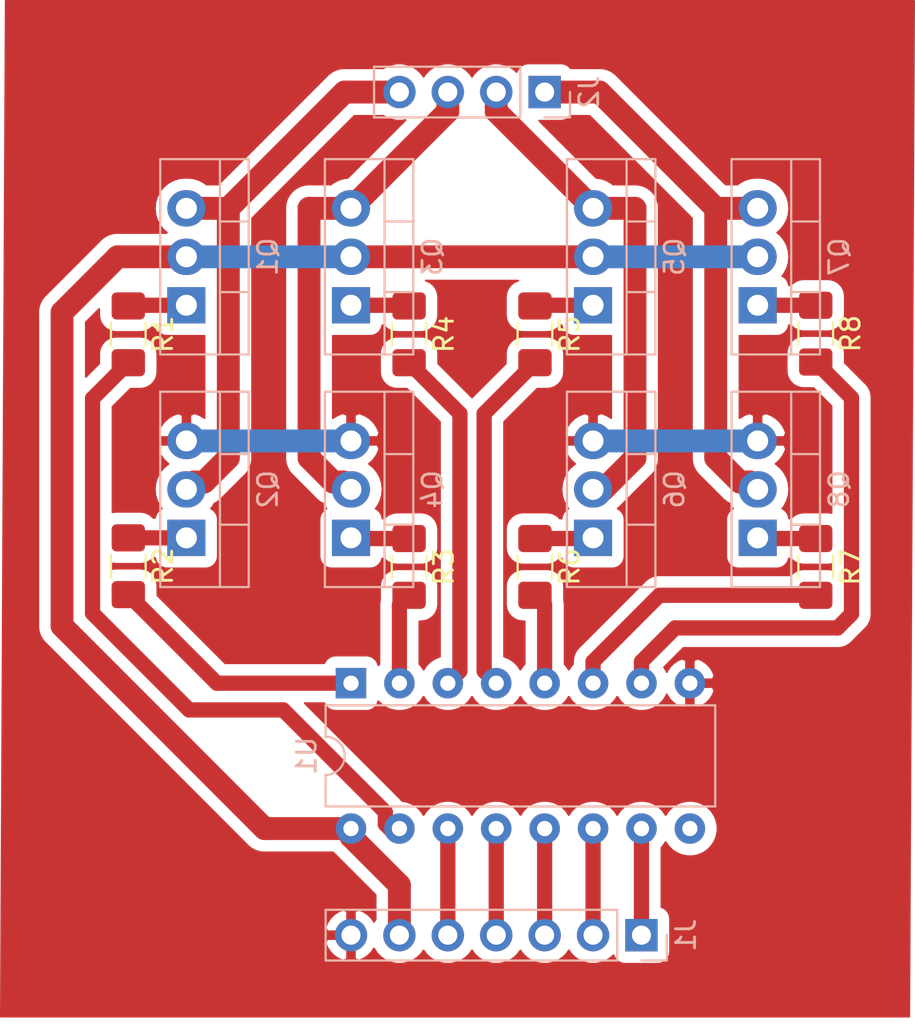
<source format=kicad_pcb>
(kicad_pcb (version 20171130) (host pcbnew "(5.1.6)-1")

  (general
    (thickness 1.6)
    (drawings 0)
    (tracks 92)
    (zones 0)
    (modules 19)
    (nets 28)
  )

  (page A4)
  (layers
    (0 F.Cu signal)
    (31 B.Cu signal)
    (32 B.Adhes user hide)
    (33 F.Adhes user hide)
    (34 B.Paste user hide)
    (35 F.Paste user hide)
    (36 B.SilkS user)
    (37 F.SilkS user)
    (38 B.Mask user hide)
    (39 F.Mask user hide)
    (40 Dwgs.User user hide)
    (41 Cmts.User user hide)
    (42 Eco1.User user hide)
    (43 Eco2.User user hide)
    (44 Edge.Cuts user hide)
    (45 Margin user hide)
    (46 B.CrtYd user hide)
    (47 F.CrtYd user hide)
    (48 B.Fab user)
    (49 F.Fab user)
  )

  (setup
    (last_trace_width 0.8)
    (trace_clearance 0.6)
    (zone_clearance 0.3)
    (zone_45_only no)
    (trace_min 0.2)
    (via_size 0.8)
    (via_drill 0.4)
    (via_min_size 0.4)
    (via_min_drill 0.3)
    (uvia_size 0.3)
    (uvia_drill 0.1)
    (uvias_allowed no)
    (uvia_min_size 0.2)
    (uvia_min_drill 0.1)
    (edge_width 0.05)
    (segment_width 0.2)
    (pcb_text_width 0.3)
    (pcb_text_size 1.5 1.5)
    (mod_edge_width 0.12)
    (mod_text_size 1 1)
    (mod_text_width 0.15)
    (pad_size 1.524 1.524)
    (pad_drill 0.762)
    (pad_to_mask_clearance 0.05)
    (aux_axis_origin 0 0)
    (visible_elements 7FFFFFFF)
    (pcbplotparams
      (layerselection 0x00000_7fffffff)
      (usegerberextensions false)
      (usegerberattributes true)
      (usegerberadvancedattributes true)
      (creategerberjobfile true)
      (excludeedgelayer true)
      (linewidth 0.100000)
      (plotframeref false)
      (viasonmask false)
      (mode 1)
      (useauxorigin false)
      (hpglpennumber 1)
      (hpglpenspeed 20)
      (hpglpendiameter 15.000000)
      (psnegative false)
      (psa4output false)
      (plotreference false)
      (plotvalue false)
      (plotinvisibletext false)
      (padsonsilk false)
      (subtractmaskfromsilk false)
      (outputformat 4)
      (mirror true)
      (drillshape 1)
      (scaleselection 1)
      (outputdirectory ""))
  )

  (net 0 "")
  (net 1 GND)
  (net 2 VCC)
  (net 3 "Net-(J1-Pad5)")
  (net 4 "Net-(J1-Pad4)")
  (net 5 "Net-(J1-Pad3)")
  (net 6 "Net-(J1-Pad2)")
  (net 7 "Net-(J1-Pad1)")
  (net 8 "Net-(Q1-Pad1)")
  (net 9 "Net-(Q2-Pad1)")
  (net 10 "Net-(Q3-Pad1)")
  (net 11 "Net-(Q4-Pad1)")
  (net 12 "Net-(Q5-Pad1)")
  (net 13 "Net-(Q6-Pad1)")
  (net 14 "Net-(Q7-Pad1)")
  (net 15 "Net-(Q8-Pad1)")
  (net 16 "Net-(R1-Pad2)")
  (net 17 "Net-(R2-Pad2)")
  (net 18 "Net-(R3-Pad2)")
  (net 19 "Net-(R4-Pad2)")
  (net 20 "Net-(R5-Pad2)")
  (net 21 "Net-(R6-Pad2)")
  (net 22 "Net-(R7-Pad2)")
  (net 23 "Net-(R8-Pad2)")
  (net 24 "Net-(J2-Pad2)")
  (net 25 "Net-(J2-Pad1)")
  (net 26 "Net-(J2-Pad4)")
  (net 27 "Net-(J2-Pad3)")

  (net_class Default "This is the default net class."
    (clearance 0.6)
    (trace_width 0.8)
    (via_dia 0.8)
    (via_drill 0.4)
    (uvia_dia 0.3)
    (uvia_drill 0.1)
    (add_net "Net-(J1-Pad1)")
    (add_net "Net-(J1-Pad2)")
    (add_net "Net-(J1-Pad3)")
    (add_net "Net-(J1-Pad4)")
    (add_net "Net-(J1-Pad5)")
    (add_net "Net-(Q1-Pad1)")
    (add_net "Net-(Q2-Pad1)")
    (add_net "Net-(Q3-Pad1)")
    (add_net "Net-(Q4-Pad1)")
    (add_net "Net-(Q5-Pad1)")
    (add_net "Net-(Q6-Pad1)")
    (add_net "Net-(Q7-Pad1)")
    (add_net "Net-(Q8-Pad1)")
    (add_net "Net-(R1-Pad2)")
    (add_net "Net-(R2-Pad2)")
    (add_net "Net-(R3-Pad2)")
    (add_net "Net-(R6-Pad2)")
    (add_net "Net-(R7-Pad2)")
    (add_net "Net-(R8-Pad2)")
  )

  (net_class extra ""
    (clearance 0.01)
    (trace_width 0.8)
    (via_dia 0.8)
    (via_drill 0.4)
    (uvia_dia 0.3)
    (uvia_drill 0.1)
    (add_net "Net-(R4-Pad2)")
    (add_net "Net-(R5-Pad2)")
  )

  (net_class power ""
    (clearance 0.6)
    (trace_width 1.2)
    (via_dia 0.8)
    (via_drill 0.4)
    (uvia_dia 0.3)
    (uvia_drill 0.1)
    (add_net GND)
    (add_net "Net-(J2-Pad1)")
    (add_net "Net-(J2-Pad2)")
    (add_net "Net-(J2-Pad3)")
    (add_net "Net-(J2-Pad4)")
    (add_net VCC)
  )

  (module Connector_PinHeader_2.54mm:PinHeader_1x04_P2.54mm_Vertical (layer B.Cu) (tedit 59FED5CC) (tstamp 5F905254)
    (at 46.228 20.32 90)
    (descr "Through hole straight pin header, 1x04, 2.54mm pitch, single row")
    (tags "Through hole pin header THT 1x04 2.54mm single row")
    (path /5F90168D)
    (fp_text reference J2 (at 0 2.33 -90) (layer B.SilkS)
      (effects (font (size 1 1) (thickness 0.15)) (justify mirror))
    )
    (fp_text value Conn_01x04 (at 0 -9.95 -90) (layer B.Fab)
      (effects (font (size 1 1) (thickness 0.15)) (justify mirror))
    )
    (fp_line (start 1.8 1.8) (end -1.8 1.8) (layer B.CrtYd) (width 0.05))
    (fp_line (start 1.8 -9.4) (end 1.8 1.8) (layer B.CrtYd) (width 0.05))
    (fp_line (start -1.8 -9.4) (end 1.8 -9.4) (layer B.CrtYd) (width 0.05))
    (fp_line (start -1.8 1.8) (end -1.8 -9.4) (layer B.CrtYd) (width 0.05))
    (fp_line (start -1.33 1.33) (end 0 1.33) (layer B.SilkS) (width 0.12))
    (fp_line (start -1.33 0) (end -1.33 1.33) (layer B.SilkS) (width 0.12))
    (fp_line (start -1.33 -1.27) (end 1.33 -1.27) (layer B.SilkS) (width 0.12))
    (fp_line (start 1.33 -1.27) (end 1.33 -8.95) (layer B.SilkS) (width 0.12))
    (fp_line (start -1.33 -1.27) (end -1.33 -8.95) (layer B.SilkS) (width 0.12))
    (fp_line (start -1.33 -8.95) (end 1.33 -8.95) (layer B.SilkS) (width 0.12))
    (fp_line (start -1.27 0.635) (end -0.635 1.27) (layer B.Fab) (width 0.1))
    (fp_line (start -1.27 -8.89) (end -1.27 0.635) (layer B.Fab) (width 0.1))
    (fp_line (start 1.27 -8.89) (end -1.27 -8.89) (layer B.Fab) (width 0.1))
    (fp_line (start 1.27 1.27) (end 1.27 -8.89) (layer B.Fab) (width 0.1))
    (fp_line (start -0.635 1.27) (end 1.27 1.27) (layer B.Fab) (width 0.1))
    (fp_text user %R (at 0 -3.81) (layer B.Fab)
      (effects (font (size 1 1) (thickness 0.15)) (justify mirror))
    )
    (pad 4 thru_hole oval (at 0 -7.62 90) (size 1.7 1.7) (drill 1) (layers *.Cu *.Mask)
      (net 26 "Net-(J2-Pad4)"))
    (pad 3 thru_hole oval (at 0 -5.08 90) (size 1.7 1.7) (drill 1) (layers *.Cu *.Mask)
      (net 27 "Net-(J2-Pad3)"))
    (pad 2 thru_hole oval (at 0 -2.54 90) (size 1.7 1.7) (drill 1) (layers *.Cu *.Mask)
      (net 24 "Net-(J2-Pad2)"))
    (pad 1 thru_hole rect (at 0 0 90) (size 1.7 1.7) (drill 1) (layers *.Cu *.Mask)
      (net 25 "Net-(J2-Pad1)"))
    (model ${KISYS3DMOD}/Connector_PinHeader_2.54mm.3dshapes/PinHeader_1x04_P2.54mm_Vertical.wrl
      (at (xyz 0 0 0))
      (scale (xyz 1 1 1))
      (rotate (xyz 0 0 0))
    )
  )

  (module Package_TO_SOT_THT:TO-220-3_Vertical (layer B.Cu) (tedit 5AC8BA0D) (tstamp 5F81FDED)
    (at 27.432 43.688 90)
    (descr "TO-220-3, Vertical, RM 2.54mm, see https://www.vishay.com/docs/66542/to-220-1.pdf")
    (tags "TO-220-3 Vertical RM 2.54mm")
    (path /5F8442EA)
    (fp_text reference Q2 (at 2.54 4.27 90) (layer B.SilkS)
      (effects (font (size 1 1) (thickness 0.15)) (justify mirror))
    )
    (fp_text value TIP122 (at 2.54 -2.5 90) (layer B.Fab)
      (effects (font (size 1 1) (thickness 0.15)) (justify mirror))
    )
    (fp_line (start 7.79 3.4) (end -2.71 3.4) (layer B.CrtYd) (width 0.05))
    (fp_line (start 7.79 -1.51) (end 7.79 3.4) (layer B.CrtYd) (width 0.05))
    (fp_line (start -2.71 -1.51) (end 7.79 -1.51) (layer B.CrtYd) (width 0.05))
    (fp_line (start -2.71 3.4) (end -2.71 -1.51) (layer B.CrtYd) (width 0.05))
    (fp_line (start 4.391 3.27) (end 4.391 1.76) (layer B.SilkS) (width 0.12))
    (fp_line (start 0.69 3.27) (end 0.69 1.76) (layer B.SilkS) (width 0.12))
    (fp_line (start -2.58 1.76) (end 7.66 1.76) (layer B.SilkS) (width 0.12))
    (fp_line (start 7.66 3.27) (end 7.66 -1.371) (layer B.SilkS) (width 0.12))
    (fp_line (start -2.58 3.27) (end -2.58 -1.371) (layer B.SilkS) (width 0.12))
    (fp_line (start -2.58 -1.371) (end 7.66 -1.371) (layer B.SilkS) (width 0.12))
    (fp_line (start -2.58 3.27) (end 7.66 3.27) (layer B.SilkS) (width 0.12))
    (fp_line (start 4.39 3.15) (end 4.39 1.88) (layer B.Fab) (width 0.1))
    (fp_line (start 0.69 3.15) (end 0.69 1.88) (layer B.Fab) (width 0.1))
    (fp_line (start -2.46 1.88) (end 7.54 1.88) (layer B.Fab) (width 0.1))
    (fp_line (start 7.54 3.15) (end -2.46 3.15) (layer B.Fab) (width 0.1))
    (fp_line (start 7.54 -1.25) (end 7.54 3.15) (layer B.Fab) (width 0.1))
    (fp_line (start -2.46 -1.25) (end 7.54 -1.25) (layer B.Fab) (width 0.1))
    (fp_line (start -2.46 3.15) (end -2.46 -1.25) (layer B.Fab) (width 0.1))
    (fp_text user %R (at 2.54 4.27 90) (layer B.Fab)
      (effects (font (size 1 1) (thickness 0.15)) (justify mirror))
    )
    (pad 3 thru_hole oval (at 5.08 0 90) (size 1.905 2) (drill 1.1) (layers *.Cu *.Mask)
      (net 1 GND))
    (pad 2 thru_hole oval (at 2.54 0 90) (size 1.905 2) (drill 1.1) (layers *.Cu *.Mask)
      (net 26 "Net-(J2-Pad4)"))
    (pad 1 thru_hole rect (at 0 0 90) (size 1.905 2) (drill 1.1) (layers *.Cu *.Mask)
      (net 9 "Net-(Q2-Pad1)"))
    (model ${KISYS3DMOD}/Package_TO_SOT_THT.3dshapes/TO-220-3_Vertical.wrl
      (at (xyz 0 0 0))
      (scale (xyz 1 1 1))
      (rotate (xyz 0 0 0))
    )
  )

  (module Connector_PinHeader_2.54mm:PinHeader_1x07_P2.54mm_Vertical (layer B.Cu) (tedit 59FED5CC) (tstamp 5F823139)
    (at 51.308 64.516 90)
    (descr "Through hole straight pin header, 1x07, 2.54mm pitch, single row")
    (tags "Through hole pin header THT 1x07 2.54mm single row")
    (path /5F8708A7)
    (fp_text reference J1 (at 0 2.33 -90) (layer B.SilkS)
      (effects (font (size 1 1) (thickness 0.15)) (justify mirror))
    )
    (fp_text value Conn_01x07 (at 0 -17.57 -90) (layer B.Fab)
      (effects (font (size 1 1) (thickness 0.15)) (justify mirror))
    )
    (fp_line (start -0.635 1.27) (end 1.27 1.27) (layer B.Fab) (width 0.1))
    (fp_line (start 1.27 1.27) (end 1.27 -16.51) (layer B.Fab) (width 0.1))
    (fp_line (start 1.27 -16.51) (end -1.27 -16.51) (layer B.Fab) (width 0.1))
    (fp_line (start -1.27 -16.51) (end -1.27 0.635) (layer B.Fab) (width 0.1))
    (fp_line (start -1.27 0.635) (end -0.635 1.27) (layer B.Fab) (width 0.1))
    (fp_line (start -1.33 -16.57) (end 1.33 -16.57) (layer B.SilkS) (width 0.12))
    (fp_line (start -1.33 -1.27) (end -1.33 -16.57) (layer B.SilkS) (width 0.12))
    (fp_line (start 1.33 -1.27) (end 1.33 -16.57) (layer B.SilkS) (width 0.12))
    (fp_line (start -1.33 -1.27) (end 1.33 -1.27) (layer B.SilkS) (width 0.12))
    (fp_line (start -1.33 0) (end -1.33 1.33) (layer B.SilkS) (width 0.12))
    (fp_line (start -1.33 1.33) (end 0 1.33) (layer B.SilkS) (width 0.12))
    (fp_line (start -1.8 1.8) (end -1.8 -17.05) (layer B.CrtYd) (width 0.05))
    (fp_line (start -1.8 -17.05) (end 1.8 -17.05) (layer B.CrtYd) (width 0.05))
    (fp_line (start 1.8 -17.05) (end 1.8 1.8) (layer B.CrtYd) (width 0.05))
    (fp_line (start 1.8 1.8) (end -1.8 1.8) (layer B.CrtYd) (width 0.05))
    (fp_text user %R (at 0 -7.62) (layer B.Fab)
      (effects (font (size 1 1) (thickness 0.15)) (justify mirror))
    )
    (pad 7 thru_hole oval (at 0 -15.24 90) (size 1.7 1.7) (drill 1) (layers *.Cu *.Mask)
      (net 1 GND))
    (pad 6 thru_hole oval (at 0 -12.7 90) (size 1.7 1.7) (drill 1) (layers *.Cu *.Mask)
      (net 2 VCC))
    (pad 5 thru_hole oval (at 0 -10.16 90) (size 1.7 1.7) (drill 1) (layers *.Cu *.Mask)
      (net 3 "Net-(J1-Pad5)"))
    (pad 4 thru_hole oval (at 0 -7.62 90) (size 1.7 1.7) (drill 1) (layers *.Cu *.Mask)
      (net 4 "Net-(J1-Pad4)"))
    (pad 3 thru_hole oval (at 0 -5.08 90) (size 1.7 1.7) (drill 1) (layers *.Cu *.Mask)
      (net 5 "Net-(J1-Pad3)"))
    (pad 2 thru_hole oval (at 0 -2.54 90) (size 1.7 1.7) (drill 1) (layers *.Cu *.Mask)
      (net 6 "Net-(J1-Pad2)"))
    (pad 1 thru_hole rect (at 0 0 90) (size 1.7 1.7) (drill 1) (layers *.Cu *.Mask)
      (net 7 "Net-(J1-Pad1)"))
    (model ${KISYS3DMOD}/Connector_PinHeader_2.54mm.3dshapes/PinHeader_1x07_P2.54mm_Vertical.wrl
      (at (xyz 0 0 0))
      (scale (xyz 1 1 1))
      (rotate (xyz 0 0 0))
    )
  )

  (module Package_DIP:DIP-16_W7.62mm (layer B.Cu) (tedit 5A02E8C5) (tstamp 5F81FF35)
    (at 36.068 51.308 270)
    (descr "16-lead though-hole mounted DIP package, row spacing 7.62 mm (300 mils)")
    (tags "THT DIP DIL PDIP 2.54mm 7.62mm 300mil")
    (path /5F8342A7)
    (fp_text reference U1 (at 3.81 2.33 270) (layer B.SilkS)
      (effects (font (size 1 1) (thickness 0.15)) (justify mirror))
    )
    (fp_text value 74HC595 (at 3.81 -20.11 270) (layer B.Fab)
      (effects (font (size 1 1) (thickness 0.15)) (justify mirror))
    )
    (fp_line (start 8.7 1.55) (end -1.1 1.55) (layer B.CrtYd) (width 0.05))
    (fp_line (start 8.7 -19.3) (end 8.7 1.55) (layer B.CrtYd) (width 0.05))
    (fp_line (start -1.1 -19.3) (end 8.7 -19.3) (layer B.CrtYd) (width 0.05))
    (fp_line (start -1.1 1.55) (end -1.1 -19.3) (layer B.CrtYd) (width 0.05))
    (fp_line (start 6.46 1.33) (end 4.81 1.33) (layer B.SilkS) (width 0.12))
    (fp_line (start 6.46 -19.11) (end 6.46 1.33) (layer B.SilkS) (width 0.12))
    (fp_line (start 1.16 -19.11) (end 6.46 -19.11) (layer B.SilkS) (width 0.12))
    (fp_line (start 1.16 1.33) (end 1.16 -19.11) (layer B.SilkS) (width 0.12))
    (fp_line (start 2.81 1.33) (end 1.16 1.33) (layer B.SilkS) (width 0.12))
    (fp_line (start 0.635 0.27) (end 1.635 1.27) (layer B.Fab) (width 0.1))
    (fp_line (start 0.635 -19.05) (end 0.635 0.27) (layer B.Fab) (width 0.1))
    (fp_line (start 6.985 -19.05) (end 0.635 -19.05) (layer B.Fab) (width 0.1))
    (fp_line (start 6.985 1.27) (end 6.985 -19.05) (layer B.Fab) (width 0.1))
    (fp_line (start 1.635 1.27) (end 6.985 1.27) (layer B.Fab) (width 0.1))
    (fp_text user %R (at 3.81 -8.89 270) (layer B.Fab)
      (effects (font (size 1 1) (thickness 0.15)) (justify mirror))
    )
    (fp_arc (start 3.81 1.33) (end 2.81 1.33) (angle 180) (layer B.SilkS) (width 0.12))
    (pad 16 thru_hole oval (at 7.62 0 270) (size 1.6 1.6) (drill 0.8) (layers *.Cu *.Mask)
      (net 2 VCC))
    (pad 8 thru_hole oval (at 0 -17.78 270) (size 1.6 1.6) (drill 0.8) (layers *.Cu *.Mask)
      (net 1 GND))
    (pad 15 thru_hole oval (at 7.62 -2.54 270) (size 1.6 1.6) (drill 0.8) (layers *.Cu *.Mask)
      (net 16 "Net-(R1-Pad2)"))
    (pad 7 thru_hole oval (at 0 -15.24 270) (size 1.6 1.6) (drill 0.8) (layers *.Cu *.Mask)
      (net 23 "Net-(R8-Pad2)"))
    (pad 14 thru_hole oval (at 7.62 -5.08 270) (size 1.6 1.6) (drill 0.8) (layers *.Cu *.Mask)
      (net 3 "Net-(J1-Pad5)"))
    (pad 6 thru_hole oval (at 0 -12.7 270) (size 1.6 1.6) (drill 0.8) (layers *.Cu *.Mask)
      (net 22 "Net-(R7-Pad2)"))
    (pad 13 thru_hole oval (at 7.62 -7.62 270) (size 1.6 1.6) (drill 0.8) (layers *.Cu *.Mask)
      (net 4 "Net-(J1-Pad4)"))
    (pad 5 thru_hole oval (at 0 -10.16 270) (size 1.6 1.6) (drill 0.8) (layers *.Cu *.Mask)
      (net 21 "Net-(R6-Pad2)"))
    (pad 12 thru_hole oval (at 7.62 -10.16 270) (size 1.6 1.6) (drill 0.8) (layers *.Cu *.Mask)
      (net 5 "Net-(J1-Pad3)"))
    (pad 4 thru_hole oval (at 0 -7.62 270) (size 1.6 1.6) (drill 0.8) (layers *.Cu *.Mask)
      (net 20 "Net-(R5-Pad2)"))
    (pad 11 thru_hole oval (at 7.62 -12.7 270) (size 1.6 1.6) (drill 0.8) (layers *.Cu *.Mask)
      (net 6 "Net-(J1-Pad2)"))
    (pad 3 thru_hole oval (at 0 -5.08 270) (size 1.6 1.6) (drill 0.8) (layers *.Cu *.Mask)
      (net 19 "Net-(R4-Pad2)"))
    (pad 10 thru_hole oval (at 7.62 -15.24 270) (size 1.6 1.6) (drill 0.8) (layers *.Cu *.Mask)
      (net 7 "Net-(J1-Pad1)"))
    (pad 2 thru_hole oval (at 0 -2.54 270) (size 1.6 1.6) (drill 0.8) (layers *.Cu *.Mask)
      (net 18 "Net-(R3-Pad2)"))
    (pad 9 thru_hole oval (at 7.62 -17.78 270) (size 1.6 1.6) (drill 0.8) (layers *.Cu *.Mask))
    (pad 1 thru_hole rect (at 0 0 270) (size 1.6 1.6) (drill 0.8) (layers *.Cu *.Mask)
      (net 17 "Net-(R2-Pad2)"))
    (model ${KISYS3DMOD}/Package_DIP.3dshapes/DIP-16_W7.62mm.wrl
      (at (xyz 0 0 0))
      (scale (xyz 1 1 1))
      (rotate (xyz 0 0 0))
    )
  )

  (module Resistor_SMD:R_1206_3216Metric_Pad1.42x1.75mm_HandSolder (layer F.Cu) (tedit 5B301BBD) (tstamp 5F81FF11)
    (at 60.452 32.9835 270)
    (descr "Resistor SMD 1206 (3216 Metric), square (rectangular) end terminal, IPC_7351 nominal with elongated pad for handsoldering. (Body size source: http://www.tortai-tech.com/upload/download/2011102023233369053.pdf), generated with kicad-footprint-generator")
    (tags "resistor handsolder")
    (path /5F8983B7)
    (attr smd)
    (fp_text reference R8 (at 0 -1.82 90) (layer F.SilkS)
      (effects (font (size 1 1) (thickness 0.15)))
    )
    (fp_text value R (at 0 1.82 90) (layer F.Fab)
      (effects (font (size 1 1) (thickness 0.15)))
    )
    (fp_line (start 2.45 1.12) (end -2.45 1.12) (layer F.CrtYd) (width 0.05))
    (fp_line (start 2.45 -1.12) (end 2.45 1.12) (layer F.CrtYd) (width 0.05))
    (fp_line (start -2.45 -1.12) (end 2.45 -1.12) (layer F.CrtYd) (width 0.05))
    (fp_line (start -2.45 1.12) (end -2.45 -1.12) (layer F.CrtYd) (width 0.05))
    (fp_line (start -0.602064 0.91) (end 0.602064 0.91) (layer F.SilkS) (width 0.12))
    (fp_line (start -0.602064 -0.91) (end 0.602064 -0.91) (layer F.SilkS) (width 0.12))
    (fp_line (start 1.6 0.8) (end -1.6 0.8) (layer F.Fab) (width 0.1))
    (fp_line (start 1.6 -0.8) (end 1.6 0.8) (layer F.Fab) (width 0.1))
    (fp_line (start -1.6 -0.8) (end 1.6 -0.8) (layer F.Fab) (width 0.1))
    (fp_line (start -1.6 0.8) (end -1.6 -0.8) (layer F.Fab) (width 0.1))
    (fp_text user %R (at 0 0 90) (layer F.Fab)
      (effects (font (size 0.8 0.8) (thickness 0.12)))
    )
    (pad 2 smd roundrect (at 1.4875 0 270) (size 1.425 1.75) (layers F.Cu F.Paste F.Mask) (roundrect_rratio 0.175439)
      (net 23 "Net-(R8-Pad2)"))
    (pad 1 smd roundrect (at -1.4875 0 270) (size 1.425 1.75) (layers F.Cu F.Paste F.Mask) (roundrect_rratio 0.175439)
      (net 14 "Net-(Q7-Pad1)"))
    (model ${KISYS3DMOD}/Resistor_SMD.3dshapes/R_1206_3216Metric.wrl
      (at (xyz 0 0 0))
      (scale (xyz 1 1 1))
      (rotate (xyz 0 0 0))
    )
  )

  (module Resistor_SMD:R_1206_3216Metric_Pad1.42x1.75mm_HandSolder (layer F.Cu) (tedit 5B301BBD) (tstamp 5F81FF00)
    (at 60.452 45.212 270)
    (descr "Resistor SMD 1206 (3216 Metric), square (rectangular) end terminal, IPC_7351 nominal with elongated pad for handsoldering. (Body size source: http://www.tortai-tech.com/upload/download/2011102023233369053.pdf), generated with kicad-footprint-generator")
    (tags "resistor handsolder")
    (path /5F898F9C)
    (attr smd)
    (fp_text reference R7 (at 0 -1.82 90) (layer F.SilkS)
      (effects (font (size 1 1) (thickness 0.15)))
    )
    (fp_text value R (at 0 1.82 90) (layer F.Fab)
      (effects (font (size 1 1) (thickness 0.15)))
    )
    (fp_line (start 2.45 1.12) (end -2.45 1.12) (layer F.CrtYd) (width 0.05))
    (fp_line (start 2.45 -1.12) (end 2.45 1.12) (layer F.CrtYd) (width 0.05))
    (fp_line (start -2.45 -1.12) (end 2.45 -1.12) (layer F.CrtYd) (width 0.05))
    (fp_line (start -2.45 1.12) (end -2.45 -1.12) (layer F.CrtYd) (width 0.05))
    (fp_line (start -0.602064 0.91) (end 0.602064 0.91) (layer F.SilkS) (width 0.12))
    (fp_line (start -0.602064 -0.91) (end 0.602064 -0.91) (layer F.SilkS) (width 0.12))
    (fp_line (start 1.6 0.8) (end -1.6 0.8) (layer F.Fab) (width 0.1))
    (fp_line (start 1.6 -0.8) (end 1.6 0.8) (layer F.Fab) (width 0.1))
    (fp_line (start -1.6 -0.8) (end 1.6 -0.8) (layer F.Fab) (width 0.1))
    (fp_line (start -1.6 0.8) (end -1.6 -0.8) (layer F.Fab) (width 0.1))
    (fp_text user %R (at 0 0 90) (layer F.Fab)
      (effects (font (size 0.8 0.8) (thickness 0.12)))
    )
    (pad 2 smd roundrect (at 1.4875 0 270) (size 1.425 1.75) (layers F.Cu F.Paste F.Mask) (roundrect_rratio 0.175439)
      (net 22 "Net-(R7-Pad2)"))
    (pad 1 smd roundrect (at -1.4875 0 270) (size 1.425 1.75) (layers F.Cu F.Paste F.Mask) (roundrect_rratio 0.175439)
      (net 15 "Net-(Q8-Pad1)"))
    (model ${KISYS3DMOD}/Resistor_SMD.3dshapes/R_1206_3216Metric.wrl
      (at (xyz 0 0 0))
      (scale (xyz 1 1 1))
      (rotate (xyz 0 0 0))
    )
  )

  (module Resistor_SMD:R_1206_3216Metric_Pad1.42x1.75mm_HandSolder (layer F.Cu) (tedit 5B301BBD) (tstamp 5F81FEEF)
    (at 45.72 45.212 270)
    (descr "Resistor SMD 1206 (3216 Metric), square (rectangular) end terminal, IPC_7351 nominal with elongated pad for handsoldering. (Body size source: http://www.tortai-tech.com/upload/download/2011102023233369053.pdf), generated with kicad-footprint-generator")
    (tags "resistor handsolder")
    (path /5F89A439)
    (attr smd)
    (fp_text reference R6 (at 0 -1.82 90) (layer F.SilkS)
      (effects (font (size 1 1) (thickness 0.15)))
    )
    (fp_text value R (at 0 1.82 90) (layer F.Fab)
      (effects (font (size 1 1) (thickness 0.15)))
    )
    (fp_line (start 2.45 1.12) (end -2.45 1.12) (layer F.CrtYd) (width 0.05))
    (fp_line (start 2.45 -1.12) (end 2.45 1.12) (layer F.CrtYd) (width 0.05))
    (fp_line (start -2.45 -1.12) (end 2.45 -1.12) (layer F.CrtYd) (width 0.05))
    (fp_line (start -2.45 1.12) (end -2.45 -1.12) (layer F.CrtYd) (width 0.05))
    (fp_line (start -0.602064 0.91) (end 0.602064 0.91) (layer F.SilkS) (width 0.12))
    (fp_line (start -0.602064 -0.91) (end 0.602064 -0.91) (layer F.SilkS) (width 0.12))
    (fp_line (start 1.6 0.8) (end -1.6 0.8) (layer F.Fab) (width 0.1))
    (fp_line (start 1.6 -0.8) (end 1.6 0.8) (layer F.Fab) (width 0.1))
    (fp_line (start -1.6 -0.8) (end 1.6 -0.8) (layer F.Fab) (width 0.1))
    (fp_line (start -1.6 0.8) (end -1.6 -0.8) (layer F.Fab) (width 0.1))
    (fp_text user %R (at 0 0 90) (layer F.Fab)
      (effects (font (size 0.8 0.8) (thickness 0.12)))
    )
    (pad 2 smd roundrect (at 1.4875 0 270) (size 1.425 1.75) (layers F.Cu F.Paste F.Mask) (roundrect_rratio 0.175439)
      (net 21 "Net-(R6-Pad2)"))
    (pad 1 smd roundrect (at -1.4875 0 270) (size 1.425 1.75) (layers F.Cu F.Paste F.Mask) (roundrect_rratio 0.175439)
      (net 13 "Net-(Q6-Pad1)"))
    (model ${KISYS3DMOD}/Resistor_SMD.3dshapes/R_1206_3216Metric.wrl
      (at (xyz 0 0 0))
      (scale (xyz 1 1 1))
      (rotate (xyz 0 0 0))
    )
  )

  (module Resistor_SMD:R_1206_3216Metric_Pad1.42x1.75mm_HandSolder (layer F.Cu) (tedit 5B301BBD) (tstamp 5F81FEDE)
    (at 45.72 33.02 270)
    (descr "Resistor SMD 1206 (3216 Metric), square (rectangular) end terminal, IPC_7351 nominal with elongated pad for handsoldering. (Body size source: http://www.tortai-tech.com/upload/download/2011102023233369053.pdf), generated with kicad-footprint-generator")
    (tags "resistor handsolder")
    (path /5F89A43F)
    (attr smd)
    (fp_text reference R5 (at 0 -1.82 90) (layer F.SilkS)
      (effects (font (size 1 1) (thickness 0.15)))
    )
    (fp_text value R (at 0 1.82 90) (layer F.Fab)
      (effects (font (size 1 1) (thickness 0.15)))
    )
    (fp_line (start 2.45 1.12) (end -2.45 1.12) (layer F.CrtYd) (width 0.05))
    (fp_line (start 2.45 -1.12) (end 2.45 1.12) (layer F.CrtYd) (width 0.05))
    (fp_line (start -2.45 -1.12) (end 2.45 -1.12) (layer F.CrtYd) (width 0.05))
    (fp_line (start -2.45 1.12) (end -2.45 -1.12) (layer F.CrtYd) (width 0.05))
    (fp_line (start -0.602064 0.91) (end 0.602064 0.91) (layer F.SilkS) (width 0.12))
    (fp_line (start -0.602064 -0.91) (end 0.602064 -0.91) (layer F.SilkS) (width 0.12))
    (fp_line (start 1.6 0.8) (end -1.6 0.8) (layer F.Fab) (width 0.1))
    (fp_line (start 1.6 -0.8) (end 1.6 0.8) (layer F.Fab) (width 0.1))
    (fp_line (start -1.6 -0.8) (end 1.6 -0.8) (layer F.Fab) (width 0.1))
    (fp_line (start -1.6 0.8) (end -1.6 -0.8) (layer F.Fab) (width 0.1))
    (fp_text user %R (at 0 0 90) (layer F.Fab)
      (effects (font (size 0.8 0.8) (thickness 0.12)))
    )
    (pad 2 smd roundrect (at 1.4875 0 270) (size 1.425 1.75) (layers F.Cu F.Paste F.Mask) (roundrect_rratio 0.175439)
      (net 20 "Net-(R5-Pad2)"))
    (pad 1 smd roundrect (at -1.4875 0 270) (size 1.425 1.75) (layers F.Cu F.Paste F.Mask) (roundrect_rratio 0.175439)
      (net 12 "Net-(Q5-Pad1)"))
    (model ${KISYS3DMOD}/Resistor_SMD.3dshapes/R_1206_3216Metric.wrl
      (at (xyz 0 0 0))
      (scale (xyz 1 1 1))
      (rotate (xyz 0 0 0))
    )
  )

  (module Resistor_SMD:R_1206_3216Metric_Pad1.42x1.75mm_HandSolder (layer F.Cu) (tedit 5B301BBD) (tstamp 5F81FECD)
    (at 39.116 33.02 270)
    (descr "Resistor SMD 1206 (3216 Metric), square (rectangular) end terminal, IPC_7351 nominal with elongated pad for handsoldering. (Body size source: http://www.tortai-tech.com/upload/download/2011102023233369053.pdf), generated with kicad-footprint-generator")
    (tags "resistor handsolder")
    (path /5F89BDAC)
    (attr smd)
    (fp_text reference R4 (at 0 -1.82 90) (layer F.SilkS)
      (effects (font (size 1 1) (thickness 0.15)))
    )
    (fp_text value R (at 0 1.82 90) (layer F.Fab)
      (effects (font (size 1 1) (thickness 0.15)))
    )
    (fp_line (start 2.45 1.12) (end -2.45 1.12) (layer F.CrtYd) (width 0.05))
    (fp_line (start 2.45 -1.12) (end 2.45 1.12) (layer F.CrtYd) (width 0.05))
    (fp_line (start -2.45 -1.12) (end 2.45 -1.12) (layer F.CrtYd) (width 0.05))
    (fp_line (start -2.45 1.12) (end -2.45 -1.12) (layer F.CrtYd) (width 0.05))
    (fp_line (start -0.602064 0.91) (end 0.602064 0.91) (layer F.SilkS) (width 0.12))
    (fp_line (start -0.602064 -0.91) (end 0.602064 -0.91) (layer F.SilkS) (width 0.12))
    (fp_line (start 1.6 0.8) (end -1.6 0.8) (layer F.Fab) (width 0.1))
    (fp_line (start 1.6 -0.8) (end 1.6 0.8) (layer F.Fab) (width 0.1))
    (fp_line (start -1.6 -0.8) (end 1.6 -0.8) (layer F.Fab) (width 0.1))
    (fp_line (start -1.6 0.8) (end -1.6 -0.8) (layer F.Fab) (width 0.1))
    (fp_text user %R (at 0 0 90) (layer F.Fab)
      (effects (font (size 0.8 0.8) (thickness 0.12)))
    )
    (pad 2 smd roundrect (at 1.4875 0 270) (size 1.425 1.75) (layers F.Cu F.Paste F.Mask) (roundrect_rratio 0.175439)
      (net 19 "Net-(R4-Pad2)"))
    (pad 1 smd roundrect (at -1.4875 0 270) (size 1.425 1.75) (layers F.Cu F.Paste F.Mask) (roundrect_rratio 0.175439)
      (net 10 "Net-(Q3-Pad1)"))
    (model ${KISYS3DMOD}/Resistor_SMD.3dshapes/R_1206_3216Metric.wrl
      (at (xyz 0 0 0))
      (scale (xyz 1 1 1))
      (rotate (xyz 0 0 0))
    )
  )

  (module Resistor_SMD:R_1206_3216Metric_Pad1.42x1.75mm_HandSolder (layer F.Cu) (tedit 5B301BBD) (tstamp 5F81FEBC)
    (at 39.116 45.212 270)
    (descr "Resistor SMD 1206 (3216 Metric), square (rectangular) end terminal, IPC_7351 nominal with elongated pad for handsoldering. (Body size source: http://www.tortai-tech.com/upload/download/2011102023233369053.pdf), generated with kicad-footprint-generator")
    (tags "resistor handsolder")
    (path /5F89BDB2)
    (attr smd)
    (fp_text reference R3 (at 0 -1.82 90) (layer F.SilkS)
      (effects (font (size 1 1) (thickness 0.15)))
    )
    (fp_text value R (at 0 1.82 90) (layer F.Fab)
      (effects (font (size 1 1) (thickness 0.15)))
    )
    (fp_line (start 2.45 1.12) (end -2.45 1.12) (layer F.CrtYd) (width 0.05))
    (fp_line (start 2.45 -1.12) (end 2.45 1.12) (layer F.CrtYd) (width 0.05))
    (fp_line (start -2.45 -1.12) (end 2.45 -1.12) (layer F.CrtYd) (width 0.05))
    (fp_line (start -2.45 1.12) (end -2.45 -1.12) (layer F.CrtYd) (width 0.05))
    (fp_line (start -0.602064 0.91) (end 0.602064 0.91) (layer F.SilkS) (width 0.12))
    (fp_line (start -0.602064 -0.91) (end 0.602064 -0.91) (layer F.SilkS) (width 0.12))
    (fp_line (start 1.6 0.8) (end -1.6 0.8) (layer F.Fab) (width 0.1))
    (fp_line (start 1.6 -0.8) (end 1.6 0.8) (layer F.Fab) (width 0.1))
    (fp_line (start -1.6 -0.8) (end 1.6 -0.8) (layer F.Fab) (width 0.1))
    (fp_line (start -1.6 0.8) (end -1.6 -0.8) (layer F.Fab) (width 0.1))
    (fp_text user %R (at 0 0 90) (layer F.Fab)
      (effects (font (size 0.8 0.8) (thickness 0.12)))
    )
    (pad 2 smd roundrect (at 1.4875 0 270) (size 1.425 1.75) (layers F.Cu F.Paste F.Mask) (roundrect_rratio 0.175439)
      (net 18 "Net-(R3-Pad2)"))
    (pad 1 smd roundrect (at -1.4875 0 270) (size 1.425 1.75) (layers F.Cu F.Paste F.Mask) (roundrect_rratio 0.175439)
      (net 11 "Net-(Q4-Pad1)"))
    (model ${KISYS3DMOD}/Resistor_SMD.3dshapes/R_1206_3216Metric.wrl
      (at (xyz 0 0 0))
      (scale (xyz 1 1 1))
      (rotate (xyz 0 0 0))
    )
  )

  (module Resistor_SMD:R_1206_3216Metric_Pad1.42x1.75mm_HandSolder (layer F.Cu) (tedit 5B301BBD) (tstamp 5F81FEAB)
    (at 24.384 45.1755 270)
    (descr "Resistor SMD 1206 (3216 Metric), square (rectangular) end terminal, IPC_7351 nominal with elongated pad for handsoldering. (Body size source: http://www.tortai-tech.com/upload/download/2011102023233369053.pdf), generated with kicad-footprint-generator")
    (tags "resistor handsolder")
    (path /5F89BDB8)
    (attr smd)
    (fp_text reference R2 (at 0 -1.82 90) (layer F.SilkS)
      (effects (font (size 1 1) (thickness 0.15)))
    )
    (fp_text value R (at 0 1.82 90) (layer F.Fab)
      (effects (font (size 1 1) (thickness 0.15)))
    )
    (fp_line (start 2.45 1.12) (end -2.45 1.12) (layer F.CrtYd) (width 0.05))
    (fp_line (start 2.45 -1.12) (end 2.45 1.12) (layer F.CrtYd) (width 0.05))
    (fp_line (start -2.45 -1.12) (end 2.45 -1.12) (layer F.CrtYd) (width 0.05))
    (fp_line (start -2.45 1.12) (end -2.45 -1.12) (layer F.CrtYd) (width 0.05))
    (fp_line (start -0.602064 0.91) (end 0.602064 0.91) (layer F.SilkS) (width 0.12))
    (fp_line (start -0.602064 -0.91) (end 0.602064 -0.91) (layer F.SilkS) (width 0.12))
    (fp_line (start 1.6 0.8) (end -1.6 0.8) (layer F.Fab) (width 0.1))
    (fp_line (start 1.6 -0.8) (end 1.6 0.8) (layer F.Fab) (width 0.1))
    (fp_line (start -1.6 -0.8) (end 1.6 -0.8) (layer F.Fab) (width 0.1))
    (fp_line (start -1.6 0.8) (end -1.6 -0.8) (layer F.Fab) (width 0.1))
    (fp_text user %R (at 0 0 90) (layer F.Fab)
      (effects (font (size 0.8 0.8) (thickness 0.12)))
    )
    (pad 2 smd roundrect (at 1.4875 0 270) (size 1.425 1.75) (layers F.Cu F.Paste F.Mask) (roundrect_rratio 0.175439)
      (net 17 "Net-(R2-Pad2)"))
    (pad 1 smd roundrect (at -1.4875 0 270) (size 1.425 1.75) (layers F.Cu F.Paste F.Mask) (roundrect_rratio 0.175439)
      (net 9 "Net-(Q2-Pad1)"))
    (model ${KISYS3DMOD}/Resistor_SMD.3dshapes/R_1206_3216Metric.wrl
      (at (xyz 0 0 0))
      (scale (xyz 1 1 1))
      (rotate (xyz 0 0 0))
    )
  )

  (module Resistor_SMD:R_1206_3216Metric_Pad1.42x1.75mm_HandSolder (layer F.Cu) (tedit 5B301BBD) (tstamp 5F81FE9A)
    (at 24.384 33.02 270)
    (descr "Resistor SMD 1206 (3216 Metric), square (rectangular) end terminal, IPC_7351 nominal with elongated pad for handsoldering. (Body size source: http://www.tortai-tech.com/upload/download/2011102023233369053.pdf), generated with kicad-footprint-generator")
    (tags "resistor handsolder")
    (path /5F89BDBE)
    (attr smd)
    (fp_text reference R1 (at 0 -1.82 90) (layer F.SilkS)
      (effects (font (size 1 1) (thickness 0.15)))
    )
    (fp_text value R (at 0 1.82 90) (layer F.Fab)
      (effects (font (size 1 1) (thickness 0.15)))
    )
    (fp_line (start 2.45 1.12) (end -2.45 1.12) (layer F.CrtYd) (width 0.05))
    (fp_line (start 2.45 -1.12) (end 2.45 1.12) (layer F.CrtYd) (width 0.05))
    (fp_line (start -2.45 -1.12) (end 2.45 -1.12) (layer F.CrtYd) (width 0.05))
    (fp_line (start -2.45 1.12) (end -2.45 -1.12) (layer F.CrtYd) (width 0.05))
    (fp_line (start -0.602064 0.91) (end 0.602064 0.91) (layer F.SilkS) (width 0.12))
    (fp_line (start -0.602064 -0.91) (end 0.602064 -0.91) (layer F.SilkS) (width 0.12))
    (fp_line (start 1.6 0.8) (end -1.6 0.8) (layer F.Fab) (width 0.1))
    (fp_line (start 1.6 -0.8) (end 1.6 0.8) (layer F.Fab) (width 0.1))
    (fp_line (start -1.6 -0.8) (end 1.6 -0.8) (layer F.Fab) (width 0.1))
    (fp_line (start -1.6 0.8) (end -1.6 -0.8) (layer F.Fab) (width 0.1))
    (fp_text user %R (at 0 0 90) (layer F.Fab)
      (effects (font (size 0.8 0.8) (thickness 0.12)))
    )
    (pad 2 smd roundrect (at 1.4875 0 270) (size 1.425 1.75) (layers F.Cu F.Paste F.Mask) (roundrect_rratio 0.175439)
      (net 16 "Net-(R1-Pad2)"))
    (pad 1 smd roundrect (at -1.4875 0 270) (size 1.425 1.75) (layers F.Cu F.Paste F.Mask) (roundrect_rratio 0.175439)
      (net 8 "Net-(Q1-Pad1)"))
    (model ${KISYS3DMOD}/Resistor_SMD.3dshapes/R_1206_3216Metric.wrl
      (at (xyz 0 0 0))
      (scale (xyz 1 1 1))
      (rotate (xyz 0 0 0))
    )
  )

  (module Package_TO_SOT_THT:TO-220-3_Vertical (layer B.Cu) (tedit 5AC8BA0D) (tstamp 5F81FE89)
    (at 57.404 43.688 90)
    (descr "TO-220-3, Vertical, RM 2.54mm, see https://www.vishay.com/docs/66542/to-220-1.pdf")
    (tags "TO-220-3 Vertical RM 2.54mm")
    (path /5F83314C)
    (fp_text reference Q8 (at 2.54 4.27 90) (layer B.SilkS)
      (effects (font (size 1 1) (thickness 0.15)) (justify mirror))
    )
    (fp_text value TIP122 (at 2.54 -2.5 90) (layer B.Fab)
      (effects (font (size 1 1) (thickness 0.15)) (justify mirror))
    )
    (fp_line (start 7.79 3.4) (end -2.71 3.4) (layer B.CrtYd) (width 0.05))
    (fp_line (start 7.79 -1.51) (end 7.79 3.4) (layer B.CrtYd) (width 0.05))
    (fp_line (start -2.71 -1.51) (end 7.79 -1.51) (layer B.CrtYd) (width 0.05))
    (fp_line (start -2.71 3.4) (end -2.71 -1.51) (layer B.CrtYd) (width 0.05))
    (fp_line (start 4.391 3.27) (end 4.391 1.76) (layer B.SilkS) (width 0.12))
    (fp_line (start 0.69 3.27) (end 0.69 1.76) (layer B.SilkS) (width 0.12))
    (fp_line (start -2.58 1.76) (end 7.66 1.76) (layer B.SilkS) (width 0.12))
    (fp_line (start 7.66 3.27) (end 7.66 -1.371) (layer B.SilkS) (width 0.12))
    (fp_line (start -2.58 3.27) (end -2.58 -1.371) (layer B.SilkS) (width 0.12))
    (fp_line (start -2.58 -1.371) (end 7.66 -1.371) (layer B.SilkS) (width 0.12))
    (fp_line (start -2.58 3.27) (end 7.66 3.27) (layer B.SilkS) (width 0.12))
    (fp_line (start 4.39 3.15) (end 4.39 1.88) (layer B.Fab) (width 0.1))
    (fp_line (start 0.69 3.15) (end 0.69 1.88) (layer B.Fab) (width 0.1))
    (fp_line (start -2.46 1.88) (end 7.54 1.88) (layer B.Fab) (width 0.1))
    (fp_line (start 7.54 3.15) (end -2.46 3.15) (layer B.Fab) (width 0.1))
    (fp_line (start 7.54 -1.25) (end 7.54 3.15) (layer B.Fab) (width 0.1))
    (fp_line (start -2.46 -1.25) (end 7.54 -1.25) (layer B.Fab) (width 0.1))
    (fp_line (start -2.46 3.15) (end -2.46 -1.25) (layer B.Fab) (width 0.1))
    (fp_text user %R (at 2.54 4.27 90) (layer B.Fab)
      (effects (font (size 1 1) (thickness 0.15)) (justify mirror))
    )
    (pad 3 thru_hole oval (at 5.08 0 90) (size 1.905 2) (drill 1.1) (layers *.Cu *.Mask)
      (net 1 GND))
    (pad 2 thru_hole oval (at 2.54 0 90) (size 1.905 2) (drill 1.1) (layers *.Cu *.Mask)
      (net 25 "Net-(J2-Pad1)"))
    (pad 1 thru_hole rect (at 0 0 90) (size 1.905 2) (drill 1.1) (layers *.Cu *.Mask)
      (net 15 "Net-(Q8-Pad1)"))
    (model ${KISYS3DMOD}/Package_TO_SOT_THT.3dshapes/TO-220-3_Vertical.wrl
      (at (xyz 0 0 0))
      (scale (xyz 1 1 1))
      (rotate (xyz 0 0 0))
    )
  )

  (module Package_TO_SOT_THT:TO-220-3_Vertical (layer B.Cu) (tedit 5AC8BA0D) (tstamp 5F81FE6F)
    (at 57.404 31.496 90)
    (descr "TO-220-3, Vertical, RM 2.54mm, see https://www.vishay.com/docs/66542/to-220-1.pdf")
    (tags "TO-220-3 Vertical RM 2.54mm")
    (path /5F833146)
    (fp_text reference Q7 (at 2.54 4.27 90) (layer B.SilkS)
      (effects (font (size 1 1) (thickness 0.15)) (justify mirror))
    )
    (fp_text value TIP122 (at 2.54 -2.5 90) (layer B.Fab)
      (effects (font (size 1 1) (thickness 0.15)) (justify mirror))
    )
    (fp_line (start 7.79 3.4) (end -2.71 3.4) (layer B.CrtYd) (width 0.05))
    (fp_line (start 7.79 -1.51) (end 7.79 3.4) (layer B.CrtYd) (width 0.05))
    (fp_line (start -2.71 -1.51) (end 7.79 -1.51) (layer B.CrtYd) (width 0.05))
    (fp_line (start -2.71 3.4) (end -2.71 -1.51) (layer B.CrtYd) (width 0.05))
    (fp_line (start 4.391 3.27) (end 4.391 1.76) (layer B.SilkS) (width 0.12))
    (fp_line (start 0.69 3.27) (end 0.69 1.76) (layer B.SilkS) (width 0.12))
    (fp_line (start -2.58 1.76) (end 7.66 1.76) (layer B.SilkS) (width 0.12))
    (fp_line (start 7.66 3.27) (end 7.66 -1.371) (layer B.SilkS) (width 0.12))
    (fp_line (start -2.58 3.27) (end -2.58 -1.371) (layer B.SilkS) (width 0.12))
    (fp_line (start -2.58 -1.371) (end 7.66 -1.371) (layer B.SilkS) (width 0.12))
    (fp_line (start -2.58 3.27) (end 7.66 3.27) (layer B.SilkS) (width 0.12))
    (fp_line (start 4.39 3.15) (end 4.39 1.88) (layer B.Fab) (width 0.1))
    (fp_line (start 0.69 3.15) (end 0.69 1.88) (layer B.Fab) (width 0.1))
    (fp_line (start -2.46 1.88) (end 7.54 1.88) (layer B.Fab) (width 0.1))
    (fp_line (start 7.54 3.15) (end -2.46 3.15) (layer B.Fab) (width 0.1))
    (fp_line (start 7.54 -1.25) (end 7.54 3.15) (layer B.Fab) (width 0.1))
    (fp_line (start -2.46 -1.25) (end 7.54 -1.25) (layer B.Fab) (width 0.1))
    (fp_line (start -2.46 3.15) (end -2.46 -1.25) (layer B.Fab) (width 0.1))
    (fp_text user %R (at 2.54 4.27 90) (layer B.Fab)
      (effects (font (size 1 1) (thickness 0.15)) (justify mirror))
    )
    (pad 3 thru_hole oval (at 5.08 0 90) (size 1.905 2) (drill 1.1) (layers *.Cu *.Mask)
      (net 25 "Net-(J2-Pad1)"))
    (pad 2 thru_hole oval (at 2.54 0 90) (size 1.905 2) (drill 1.1) (layers *.Cu *.Mask)
      (net 2 VCC))
    (pad 1 thru_hole rect (at 0 0 90) (size 1.905 2) (drill 1.1) (layers *.Cu *.Mask)
      (net 14 "Net-(Q7-Pad1)"))
    (model ${KISYS3DMOD}/Package_TO_SOT_THT.3dshapes/TO-220-3_Vertical.wrl
      (at (xyz 0 0 0))
      (scale (xyz 1 1 1))
      (rotate (xyz 0 0 0))
    )
  )

  (module Package_TO_SOT_THT:TO-220-3_Vertical (layer B.Cu) (tedit 5AC8BA0D) (tstamp 5F81FE55)
    (at 48.768 43.688 90)
    (descr "TO-220-3, Vertical, RM 2.54mm, see https://www.vishay.com/docs/66542/to-220-1.pdf")
    (tags "TO-220-3 Vertical RM 2.54mm")
    (path /5F81D97A)
    (fp_text reference Q6 (at 2.54 4.27 90) (layer B.SilkS)
      (effects (font (size 1 1) (thickness 0.15)) (justify mirror))
    )
    (fp_text value TIP122 (at 2.54 -2.5 90) (layer B.Fab)
      (effects (font (size 1 1) (thickness 0.15)) (justify mirror))
    )
    (fp_line (start 7.79 3.4) (end -2.71 3.4) (layer B.CrtYd) (width 0.05))
    (fp_line (start 7.79 -1.51) (end 7.79 3.4) (layer B.CrtYd) (width 0.05))
    (fp_line (start -2.71 -1.51) (end 7.79 -1.51) (layer B.CrtYd) (width 0.05))
    (fp_line (start -2.71 3.4) (end -2.71 -1.51) (layer B.CrtYd) (width 0.05))
    (fp_line (start 4.391 3.27) (end 4.391 1.76) (layer B.SilkS) (width 0.12))
    (fp_line (start 0.69 3.27) (end 0.69 1.76) (layer B.SilkS) (width 0.12))
    (fp_line (start -2.58 1.76) (end 7.66 1.76) (layer B.SilkS) (width 0.12))
    (fp_line (start 7.66 3.27) (end 7.66 -1.371) (layer B.SilkS) (width 0.12))
    (fp_line (start -2.58 3.27) (end -2.58 -1.371) (layer B.SilkS) (width 0.12))
    (fp_line (start -2.58 -1.371) (end 7.66 -1.371) (layer B.SilkS) (width 0.12))
    (fp_line (start -2.58 3.27) (end 7.66 3.27) (layer B.SilkS) (width 0.12))
    (fp_line (start 4.39 3.15) (end 4.39 1.88) (layer B.Fab) (width 0.1))
    (fp_line (start 0.69 3.15) (end 0.69 1.88) (layer B.Fab) (width 0.1))
    (fp_line (start -2.46 1.88) (end 7.54 1.88) (layer B.Fab) (width 0.1))
    (fp_line (start 7.54 3.15) (end -2.46 3.15) (layer B.Fab) (width 0.1))
    (fp_line (start 7.54 -1.25) (end 7.54 3.15) (layer B.Fab) (width 0.1))
    (fp_line (start -2.46 -1.25) (end 7.54 -1.25) (layer B.Fab) (width 0.1))
    (fp_line (start -2.46 3.15) (end -2.46 -1.25) (layer B.Fab) (width 0.1))
    (fp_text user %R (at 2.54 4.27 90) (layer B.Fab)
      (effects (font (size 1 1) (thickness 0.15)) (justify mirror))
    )
    (pad 3 thru_hole oval (at 5.08 0 90) (size 1.905 2) (drill 1.1) (layers *.Cu *.Mask)
      (net 1 GND))
    (pad 2 thru_hole oval (at 2.54 0 90) (size 1.905 2) (drill 1.1) (layers *.Cu *.Mask)
      (net 24 "Net-(J2-Pad2)"))
    (pad 1 thru_hole rect (at 0 0 90) (size 1.905 2) (drill 1.1) (layers *.Cu *.Mask)
      (net 13 "Net-(Q6-Pad1)"))
    (model ${KISYS3DMOD}/Package_TO_SOT_THT.3dshapes/TO-220-3_Vertical.wrl
      (at (xyz 0 0 0))
      (scale (xyz 1 1 1))
      (rotate (xyz 0 0 0))
    )
  )

  (module Package_TO_SOT_THT:TO-220-3_Vertical (layer B.Cu) (tedit 5AC8BA0D) (tstamp 5F81FE3B)
    (at 48.768 31.496 90)
    (descr "TO-220-3, Vertical, RM 2.54mm, see https://www.vishay.com/docs/66542/to-220-1.pdf")
    (tags "TO-220-3 Vertical RM 2.54mm")
    (path /5F818997)
    (fp_text reference Q5 (at 2.54 4.27 90) (layer B.SilkS)
      (effects (font (size 1 1) (thickness 0.15)) (justify mirror))
    )
    (fp_text value TIP122 (at 2.54 -2.5 90) (layer B.Fab)
      (effects (font (size 1 1) (thickness 0.15)) (justify mirror))
    )
    (fp_line (start 7.79 3.4) (end -2.71 3.4) (layer B.CrtYd) (width 0.05))
    (fp_line (start 7.79 -1.51) (end 7.79 3.4) (layer B.CrtYd) (width 0.05))
    (fp_line (start -2.71 -1.51) (end 7.79 -1.51) (layer B.CrtYd) (width 0.05))
    (fp_line (start -2.71 3.4) (end -2.71 -1.51) (layer B.CrtYd) (width 0.05))
    (fp_line (start 4.391 3.27) (end 4.391 1.76) (layer B.SilkS) (width 0.12))
    (fp_line (start 0.69 3.27) (end 0.69 1.76) (layer B.SilkS) (width 0.12))
    (fp_line (start -2.58 1.76) (end 7.66 1.76) (layer B.SilkS) (width 0.12))
    (fp_line (start 7.66 3.27) (end 7.66 -1.371) (layer B.SilkS) (width 0.12))
    (fp_line (start -2.58 3.27) (end -2.58 -1.371) (layer B.SilkS) (width 0.12))
    (fp_line (start -2.58 -1.371) (end 7.66 -1.371) (layer B.SilkS) (width 0.12))
    (fp_line (start -2.58 3.27) (end 7.66 3.27) (layer B.SilkS) (width 0.12))
    (fp_line (start 4.39 3.15) (end 4.39 1.88) (layer B.Fab) (width 0.1))
    (fp_line (start 0.69 3.15) (end 0.69 1.88) (layer B.Fab) (width 0.1))
    (fp_line (start -2.46 1.88) (end 7.54 1.88) (layer B.Fab) (width 0.1))
    (fp_line (start 7.54 3.15) (end -2.46 3.15) (layer B.Fab) (width 0.1))
    (fp_line (start 7.54 -1.25) (end 7.54 3.15) (layer B.Fab) (width 0.1))
    (fp_line (start -2.46 -1.25) (end 7.54 -1.25) (layer B.Fab) (width 0.1))
    (fp_line (start -2.46 3.15) (end -2.46 -1.25) (layer B.Fab) (width 0.1))
    (fp_text user %R (at 2.54 4.27 90) (layer B.Fab)
      (effects (font (size 1 1) (thickness 0.15)) (justify mirror))
    )
    (pad 3 thru_hole oval (at 5.08 0 90) (size 1.905 2) (drill 1.1) (layers *.Cu *.Mask)
      (net 24 "Net-(J2-Pad2)"))
    (pad 2 thru_hole oval (at 2.54 0 90) (size 1.905 2) (drill 1.1) (layers *.Cu *.Mask)
      (net 2 VCC))
    (pad 1 thru_hole rect (at 0 0 90) (size 1.905 2) (drill 1.1) (layers *.Cu *.Mask)
      (net 12 "Net-(Q5-Pad1)"))
    (model ${KISYS3DMOD}/Package_TO_SOT_THT.3dshapes/TO-220-3_Vertical.wrl
      (at (xyz 0 0 0))
      (scale (xyz 1 1 1))
      (rotate (xyz 0 0 0))
    )
  )

  (module Package_TO_SOT_THT:TO-220-3_Vertical (layer B.Cu) (tedit 5AC8BA0D) (tstamp 5F81FE21)
    (at 36.068 43.688 90)
    (descr "TO-220-3, Vertical, RM 2.54mm, see https://www.vishay.com/docs/66542/to-220-1.pdf")
    (tags "TO-220-3 Vertical RM 2.54mm")
    (path /5F8442F6)
    (fp_text reference Q4 (at 2.54 4.27 90) (layer B.SilkS)
      (effects (font (size 1 1) (thickness 0.15)) (justify mirror))
    )
    (fp_text value TIP122 (at 2.54 -2.5 90) (layer B.Fab)
      (effects (font (size 1 1) (thickness 0.15)) (justify mirror))
    )
    (fp_line (start 7.79 3.4) (end -2.71 3.4) (layer B.CrtYd) (width 0.05))
    (fp_line (start 7.79 -1.51) (end 7.79 3.4) (layer B.CrtYd) (width 0.05))
    (fp_line (start -2.71 -1.51) (end 7.79 -1.51) (layer B.CrtYd) (width 0.05))
    (fp_line (start -2.71 3.4) (end -2.71 -1.51) (layer B.CrtYd) (width 0.05))
    (fp_line (start 4.391 3.27) (end 4.391 1.76) (layer B.SilkS) (width 0.12))
    (fp_line (start 0.69 3.27) (end 0.69 1.76) (layer B.SilkS) (width 0.12))
    (fp_line (start -2.58 1.76) (end 7.66 1.76) (layer B.SilkS) (width 0.12))
    (fp_line (start 7.66 3.27) (end 7.66 -1.371) (layer B.SilkS) (width 0.12))
    (fp_line (start -2.58 3.27) (end -2.58 -1.371) (layer B.SilkS) (width 0.12))
    (fp_line (start -2.58 -1.371) (end 7.66 -1.371) (layer B.SilkS) (width 0.12))
    (fp_line (start -2.58 3.27) (end 7.66 3.27) (layer B.SilkS) (width 0.12))
    (fp_line (start 4.39 3.15) (end 4.39 1.88) (layer B.Fab) (width 0.1))
    (fp_line (start 0.69 3.15) (end 0.69 1.88) (layer B.Fab) (width 0.1))
    (fp_line (start -2.46 1.88) (end 7.54 1.88) (layer B.Fab) (width 0.1))
    (fp_line (start 7.54 3.15) (end -2.46 3.15) (layer B.Fab) (width 0.1))
    (fp_line (start 7.54 -1.25) (end 7.54 3.15) (layer B.Fab) (width 0.1))
    (fp_line (start -2.46 -1.25) (end 7.54 -1.25) (layer B.Fab) (width 0.1))
    (fp_line (start -2.46 3.15) (end -2.46 -1.25) (layer B.Fab) (width 0.1))
    (fp_text user %R (at 2.54 4.27 90) (layer B.Fab)
      (effects (font (size 1 1) (thickness 0.15)) (justify mirror))
    )
    (pad 3 thru_hole oval (at 5.08 0 90) (size 1.905 2) (drill 1.1) (layers *.Cu *.Mask)
      (net 1 GND))
    (pad 2 thru_hole oval (at 2.54 0 90) (size 1.905 2) (drill 1.1) (layers *.Cu *.Mask)
      (net 27 "Net-(J2-Pad3)"))
    (pad 1 thru_hole rect (at 0 0 90) (size 1.905 2) (drill 1.1) (layers *.Cu *.Mask)
      (net 11 "Net-(Q4-Pad1)"))
    (model ${KISYS3DMOD}/Package_TO_SOT_THT.3dshapes/TO-220-3_Vertical.wrl
      (at (xyz 0 0 0))
      (scale (xyz 1 1 1))
      (rotate (xyz 0 0 0))
    )
  )

  (module Package_TO_SOT_THT:TO-220-3_Vertical (layer B.Cu) (tedit 5AC8BA0D) (tstamp 5F81FE07)
    (at 36.068 31.496 90)
    (descr "TO-220-3, Vertical, RM 2.54mm, see https://www.vishay.com/docs/66542/to-220-1.pdf")
    (tags "TO-220-3 Vertical RM 2.54mm")
    (path /5F8442F0)
    (fp_text reference Q3 (at 2.54 4.27 90) (layer B.SilkS)
      (effects (font (size 1 1) (thickness 0.15)) (justify mirror))
    )
    (fp_text value TIP122 (at 2.54 -2.5 90) (layer B.Fab)
      (effects (font (size 1 1) (thickness 0.15)) (justify mirror))
    )
    (fp_line (start 7.79 3.4) (end -2.71 3.4) (layer B.CrtYd) (width 0.05))
    (fp_line (start 7.79 -1.51) (end 7.79 3.4) (layer B.CrtYd) (width 0.05))
    (fp_line (start -2.71 -1.51) (end 7.79 -1.51) (layer B.CrtYd) (width 0.05))
    (fp_line (start -2.71 3.4) (end -2.71 -1.51) (layer B.CrtYd) (width 0.05))
    (fp_line (start 4.391 3.27) (end 4.391 1.76) (layer B.SilkS) (width 0.12))
    (fp_line (start 0.69 3.27) (end 0.69 1.76) (layer B.SilkS) (width 0.12))
    (fp_line (start -2.58 1.76) (end 7.66 1.76) (layer B.SilkS) (width 0.12))
    (fp_line (start 7.66 3.27) (end 7.66 -1.371) (layer B.SilkS) (width 0.12))
    (fp_line (start -2.58 3.27) (end -2.58 -1.371) (layer B.SilkS) (width 0.12))
    (fp_line (start -2.58 -1.371) (end 7.66 -1.371) (layer B.SilkS) (width 0.12))
    (fp_line (start -2.58 3.27) (end 7.66 3.27) (layer B.SilkS) (width 0.12))
    (fp_line (start 4.39 3.15) (end 4.39 1.88) (layer B.Fab) (width 0.1))
    (fp_line (start 0.69 3.15) (end 0.69 1.88) (layer B.Fab) (width 0.1))
    (fp_line (start -2.46 1.88) (end 7.54 1.88) (layer B.Fab) (width 0.1))
    (fp_line (start 7.54 3.15) (end -2.46 3.15) (layer B.Fab) (width 0.1))
    (fp_line (start 7.54 -1.25) (end 7.54 3.15) (layer B.Fab) (width 0.1))
    (fp_line (start -2.46 -1.25) (end 7.54 -1.25) (layer B.Fab) (width 0.1))
    (fp_line (start -2.46 3.15) (end -2.46 -1.25) (layer B.Fab) (width 0.1))
    (fp_text user %R (at 2.54 4.27 90) (layer B.Fab)
      (effects (font (size 1 1) (thickness 0.15)) (justify mirror))
    )
    (pad 3 thru_hole oval (at 5.08 0 90) (size 1.905 2) (drill 1.1) (layers *.Cu *.Mask)
      (net 27 "Net-(J2-Pad3)"))
    (pad 2 thru_hole oval (at 2.54 0 90) (size 1.905 2) (drill 1.1) (layers *.Cu *.Mask)
      (net 2 VCC))
    (pad 1 thru_hole rect (at 0 0 90) (size 1.905 2) (drill 1.1) (layers *.Cu *.Mask)
      (net 10 "Net-(Q3-Pad1)"))
    (model ${KISYS3DMOD}/Package_TO_SOT_THT.3dshapes/TO-220-3_Vertical.wrl
      (at (xyz 0 0 0))
      (scale (xyz 1 1 1))
      (rotate (xyz 0 0 0))
    )
  )

  (module Package_TO_SOT_THT:TO-220-3_Vertical (layer B.Cu) (tedit 5AC8BA0D) (tstamp 5F81FDD3)
    (at 27.432 31.496 90)
    (descr "TO-220-3, Vertical, RM 2.54mm, see https://www.vishay.com/docs/66542/to-220-1.pdf")
    (tags "TO-220-3 Vertical RM 2.54mm")
    (path /5F8442E4)
    (fp_text reference Q1 (at 2.54 4.27 90) (layer B.SilkS)
      (effects (font (size 1 1) (thickness 0.15)) (justify mirror))
    )
    (fp_text value TIP122 (at 2.54 -2.5 90) (layer B.Fab)
      (effects (font (size 1 1) (thickness 0.15)) (justify mirror))
    )
    (fp_line (start 7.79 3.4) (end -2.71 3.4) (layer B.CrtYd) (width 0.05))
    (fp_line (start 7.79 -1.51) (end 7.79 3.4) (layer B.CrtYd) (width 0.05))
    (fp_line (start -2.71 -1.51) (end 7.79 -1.51) (layer B.CrtYd) (width 0.05))
    (fp_line (start -2.71 3.4) (end -2.71 -1.51) (layer B.CrtYd) (width 0.05))
    (fp_line (start 4.391 3.27) (end 4.391 1.76) (layer B.SilkS) (width 0.12))
    (fp_line (start 0.69 3.27) (end 0.69 1.76) (layer B.SilkS) (width 0.12))
    (fp_line (start -2.58 1.76) (end 7.66 1.76) (layer B.SilkS) (width 0.12))
    (fp_line (start 7.66 3.27) (end 7.66 -1.371) (layer B.SilkS) (width 0.12))
    (fp_line (start -2.58 3.27) (end -2.58 -1.371) (layer B.SilkS) (width 0.12))
    (fp_line (start -2.58 -1.371) (end 7.66 -1.371) (layer B.SilkS) (width 0.12))
    (fp_line (start -2.58 3.27) (end 7.66 3.27) (layer B.SilkS) (width 0.12))
    (fp_line (start 4.39 3.15) (end 4.39 1.88) (layer B.Fab) (width 0.1))
    (fp_line (start 0.69 3.15) (end 0.69 1.88) (layer B.Fab) (width 0.1))
    (fp_line (start -2.46 1.88) (end 7.54 1.88) (layer B.Fab) (width 0.1))
    (fp_line (start 7.54 3.15) (end -2.46 3.15) (layer B.Fab) (width 0.1))
    (fp_line (start 7.54 -1.25) (end 7.54 3.15) (layer B.Fab) (width 0.1))
    (fp_line (start -2.46 -1.25) (end 7.54 -1.25) (layer B.Fab) (width 0.1))
    (fp_line (start -2.46 3.15) (end -2.46 -1.25) (layer B.Fab) (width 0.1))
    (fp_text user %R (at 2.54 4.27 90) (layer B.Fab)
      (effects (font (size 1 1) (thickness 0.15)) (justify mirror))
    )
    (pad 3 thru_hole oval (at 5.08 0 90) (size 1.905 2) (drill 1.1) (layers *.Cu *.Mask)
      (net 26 "Net-(J2-Pad4)"))
    (pad 2 thru_hole oval (at 2.54 0 90) (size 1.905 2) (drill 1.1) (layers *.Cu *.Mask)
      (net 2 VCC))
    (pad 1 thru_hole rect (at 0 0 90) (size 1.905 2) (drill 1.1) (layers *.Cu *.Mask)
      (net 8 "Net-(Q1-Pad1)"))
    (model ${KISYS3DMOD}/Package_TO_SOT_THT.3dshapes/TO-220-3_Vertical.wrl
      (at (xyz 0 0 0))
      (scale (xyz 1 1 1))
      (rotate (xyz 0 0 0))
    )
  )

  (segment (start 48.768 38.608) (end 57.404 38.608) (width 1.2) (layer B.Cu) (net 1) (status 30))
  (segment (start 27.432 38.608) (end 36.068 38.608) (width 1.2) (layer B.Cu) (net 1) (status 30))
  (segment (start 36.068 28.956) (end 48.768 28.956) (width 1.2) (layer F.Cu) (net 2) (status 30))
  (segment (start 36.068 59.348002) (end 36.068 58.928) (width 1.2) (layer F.Cu) (net 2) (status 30))
  (segment (start 38.608 61.888002) (end 36.068 59.348002) (width 1.2) (layer F.Cu) (net 2) (status 20))
  (segment (start 38.608 64.516) (end 38.608 61.888002) (width 1.2) (layer F.Cu) (net 2) (status 10))
  (segment (start 31.530961 58.928) (end 36.068 58.928) (width 1.2) (layer F.Cu) (net 2) (status 20))
  (segment (start 20.90898 48.306019) (end 31.530961 58.928) (width 1.2) (layer F.Cu) (net 2))
  (segment (start 20.90898 31.869394) (end 20.90898 48.306019) (width 1.2) (layer F.Cu) (net 2))
  (segment (start 23.822374 28.956) (end 20.90898 31.869394) (width 1.2) (layer F.Cu) (net 2))
  (segment (start 27.432 28.956) (end 23.822374 28.956) (width 1.2) (layer F.Cu) (net 2) (status 10))
  (segment (start 27.432 28.956) (end 36.068 28.956) (width 1.2) (layer B.Cu) (net 2) (status 30))
  (segment (start 48.768 28.956) (end 57.404 28.956) (width 1.2) (layer B.Cu) (net 2) (status 30))
  (segment (start 41.148 58.928) (end 41.148 64.516) (width 0.8) (layer F.Cu) (net 3) (status 30))
  (segment (start 43.688 64.516) (end 43.688 58.928) (width 0.8) (layer F.Cu) (net 4) (status 30))
  (segment (start 46.228 64.516) (end 46.228 58.928) (width 0.8) (layer F.Cu) (net 5) (status 30))
  (segment (start 48.768 64.516) (end 48.768 58.928) (width 0.8) (layer F.Cu) (net 6) (status 30))
  (segment (start 51.308 64.516) (end 51.308 58.928) (width 0.8) (layer F.Cu) (net 7) (status 30))
  (segment (start 24.4205 31.496) (end 24.384 31.5325) (width 0.8) (layer F.Cu) (net 8) (status 30))
  (segment (start 27.432 31.496) (end 24.4205 31.496) (width 0.8) (layer F.Cu) (net 8) (status 30))
  (segment (start 27.432 43.688) (end 24.384 43.688) (width 0.8) (layer F.Cu) (net 9) (status 30))
  (segment (start 39.0795 31.496) (end 39.116 31.5325) (width 0.8) (layer F.Cu) (net 10) (status 30))
  (segment (start 36.068 31.496) (end 39.0795 31.496) (width 0.8) (layer F.Cu) (net 10) (status 30))
  (segment (start 36.1045 43.7245) (end 36.068 43.688) (width 0.8) (layer F.Cu) (net 11) (status 30))
  (segment (start 39.116 43.7245) (end 36.1045 43.7245) (width 0.8) (layer F.Cu) (net 11) (status 30))
  (segment (start 45.7565 31.496) (end 45.72 31.5325) (width 0.8) (layer F.Cu) (net 12) (status 30))
  (segment (start 48.768 31.496) (end 45.7565 31.496) (width 0.8) (layer F.Cu) (net 12) (status 30))
  (segment (start 48.7315 43.7245) (end 48.768 43.688) (width 0.8) (layer F.Cu) (net 13) (status 30))
  (segment (start 45.72 43.7245) (end 48.7315 43.7245) (width 0.8) (layer F.Cu) (net 13) (status 30))
  (segment (start 60.452 31.496) (end 57.404 31.496) (width 0.8) (layer F.Cu) (net 14) (status 30))
  (segment (start 57.4405 43.7245) (end 57.404 43.688) (width 0.8) (layer F.Cu) (net 15) (status 30))
  (segment (start 60.452 43.7245) (end 57.4405 43.7245) (width 0.8) (layer F.Cu) (net 15) (status 30))
  (segment (start 22.50899 47.643274) (end 22.50899 36.38251) (width 0.8) (layer F.Cu) (net 16))
  (segment (start 27.573726 52.70801) (end 22.50899 47.643274) (width 0.8) (layer F.Cu) (net 16))
  (segment (start 32.512012 52.70801) (end 27.573726 52.70801) (width 0.8) (layer F.Cu) (net 16))
  (segment (start 37.868001 58.696001) (end 37.868001 58.063999) (width 0.8) (layer F.Cu) (net 16) (status 10))
  (segment (start 22.50899 36.38251) (end 24.384 34.5075) (width 0.8) (layer F.Cu) (net 16) (status 20))
  (segment (start 38.1 58.928) (end 37.868001 58.696001) (width 0.8) (layer F.Cu) (net 16) (status 30))
  (segment (start 37.868001 58.063999) (end 32.512012 52.70801) (width 0.8) (layer F.Cu) (net 16))
  (segment (start 38.608 58.928) (end 38.1 58.928) (width 0.8) (layer F.Cu) (net 16) (status 30))
  (segment (start 29.029 51.308) (end 24.384 46.663) (width 0.8) (layer F.Cu) (net 17) (status 20))
  (segment (start 36.068 51.308) (end 29.029 51.308) (width 0.8) (layer F.Cu) (net 17) (status 10))
  (segment (start 38.608 47.2075) (end 39.116 46.6995) (width 0.8) (layer F.Cu) (net 18) (status 30))
  (segment (start 38.608 51.308) (end 38.608 47.2075) (width 0.8) (layer F.Cu) (net 18) (status 30))
  (segment (start 41.783 37.1745) (end 39.116 34.5075) (width 0.8) (layer F.Cu) (net 19))
  (segment (start 41.148 51.308) (end 41.783 50.673) (width 0.8) (layer F.Cu) (net 19))
  (segment (start 41.783 50.673) (end 41.783 37.1745) (width 0.8) (layer F.Cu) (net 19))
  (segment (start 43.053 37.1745) (end 45.72 34.5075) (width 0.8) (layer F.Cu) (net 20))
  (segment (start 43.688 51.308) (end 43.053 50.673) (width 0.8) (layer F.Cu) (net 20))
  (segment (start 43.053 50.673) (end 43.053 37.1745) (width 0.8) (layer F.Cu) (net 20))
  (segment (start 46.228 47.2075) (end 45.72 46.6995) (width 0.8) (layer F.Cu) (net 21) (status 30))
  (segment (start 46.228 51.308) (end 46.228 47.2075) (width 0.8) (layer F.Cu) (net 21) (status 30))
  (segment (start 52.24513 46.6995) (end 60.452 46.6995) (width 0.8) (layer F.Cu) (net 22) (status 20))
  (segment (start 48.768 50.17663) (end 52.24513 46.6995) (width 0.8) (layer F.Cu) (net 22))
  (segment (start 48.768 51.308) (end 48.768 50.17663) (width 0.8) (layer F.Cu) (net 22) (status 10))
  (segment (start 62.32701 36.34601) (end 60.452 34.471) (width 0.8) (layer F.Cu) (net 23) (status 20))
  (segment (start 62.32701 47.679774) (end 62.32701 36.34601) (width 0.8) (layer F.Cu) (net 23))
  (segment (start 61.594774 48.41201) (end 62.32701 47.679774) (width 0.8) (layer F.Cu) (net 23))
  (segment (start 53.07262 48.41201) (end 61.594774 48.41201) (width 0.8) (layer F.Cu) (net 23))
  (segment (start 51.308 50.17663) (end 53.07262 48.41201) (width 0.8) (layer F.Cu) (net 23))
  (segment (start 51.308 51.308) (end 51.308 50.17663) (width 0.8) (layer F.Cu) (net 23) (status 10))
  (segment (start 50.968 26.416) (end 48.768 26.416) (width 1.2) (layer F.Cu) (net 24) (status 20))
  (segment (start 50.96801 26.41601) (end 50.968 26.416) (width 1.2) (layer F.Cu) (net 24))
  (segment (start 50.96801 39.499598) (end 50.96801 26.41601) (width 1.2) (layer F.Cu) (net 24))
  (segment (start 49.319608 41.148) (end 50.96801 39.499598) (width 1.2) (layer F.Cu) (net 24) (status 10))
  (segment (start 48.768 41.148) (end 49.319608 41.148) (width 1.2) (layer F.Cu) (net 24) (status 30))
  (segment (start 43.688 21.336) (end 43.688 20.32) (width 1.2) (layer F.Cu) (net 24) (status 20))
  (segment (start 48.768 26.416) (end 43.688 21.336) (width 1.2) (layer F.Cu) (net 24) (status 10))
  (segment (start 55.204 26.416) (end 57.404 26.416) (width 1.2) (layer F.Cu) (net 25) (status 20))
  (segment (start 55.20399 26.41601) (end 55.204 26.416) (width 1.2) (layer F.Cu) (net 25))
  (segment (start 55.20399 39.499598) (end 55.20399 26.41601) (width 1.2) (layer F.Cu) (net 25))
  (segment (start 56.464902 40.76051) (end 55.20399 39.499598) (width 1.2) (layer F.Cu) (net 25))
  (segment (start 57.01651 40.76051) (end 56.464902 40.76051) (width 1.2) (layer F.Cu) (net 25) (status 10))
  (segment (start 57.404 41.148) (end 57.01651 40.76051) (width 1.2) (layer F.Cu) (net 25) (status 30))
  (segment (start 49.10798 20.32) (end 55.20399 26.41601) (width 1.2) (layer F.Cu) (net 25))
  (segment (start 46.228 20.32) (end 49.10798 20.32) (width 1.2) (layer F.Cu) (net 25) (status 10))
  (segment (start 29.632 26.416) (end 27.432 26.416) (width 1.2) (layer F.Cu) (net 26) (status 20))
  (segment (start 29.63201 26.41601) (end 29.632 26.416) (width 1.2) (layer F.Cu) (net 26))
  (segment (start 29.63201 39.499598) (end 29.63201 26.41601) (width 1.2) (layer F.Cu) (net 26))
  (segment (start 27.81949 40.76051) (end 28.371098 40.76051) (width 1.2) (layer F.Cu) (net 26) (status 10))
  (segment (start 28.371098 40.76051) (end 29.63201 39.499598) (width 1.2) (layer F.Cu) (net 26))
  (segment (start 27.432 41.148) (end 27.81949 40.76051) (width 1.2) (layer F.Cu) (net 26) (status 30))
  (segment (start 35.72802 20.32) (end 38.608 20.32) (width 1.2) (layer F.Cu) (net 26) (status 20))
  (segment (start 29.63201 26.41601) (end 35.72802 20.32) (width 1.2) (layer F.Cu) (net 26))
  (segment (start 33.86799 26.41601) (end 33.868 26.416) (width 1.2) (layer F.Cu) (net 27))
  (segment (start 33.86799 39.499598) (end 33.86799 26.41601) (width 1.2) (layer F.Cu) (net 27))
  (segment (start 35.128902 40.76051) (end 33.86799 39.499598) (width 1.2) (layer F.Cu) (net 27))
  (segment (start 33.868 26.416) (end 36.068 26.416) (width 1.2) (layer F.Cu) (net 27) (status 20))
  (segment (start 35.68051 40.76051) (end 35.128902 40.76051) (width 1.2) (layer F.Cu) (net 27) (status 10))
  (segment (start 36.068 41.148) (end 35.68051 40.76051) (width 1.2) (layer F.Cu) (net 27) (status 30))
  (segment (start 41.148 21.336) (end 41.148 20.32) (width 1.2) (layer F.Cu) (net 27) (status 20))
  (segment (start 36.068 26.416) (end 41.148 21.336) (width 1.2) (layer F.Cu) (net 27) (status 10))

  (zone (net 1) (net_name GND) (layer F.Cu) (tstamp 5F902800) (hatch edge 0.508)
    (connect_pads (clearance 0.3))
    (min_thickness 0.1)
    (fill yes (arc_segments 32) (thermal_gap 0.5) (thermal_bridge_width 0.5))
    (polygon
      (pts
        (xy 65.405 68.834) (xy 17.653 68.834) (xy 17.907 15.494) (xy 65.659 15.494)
      )
    )
    (filled_polygon
      (pts
        (xy 65.355238 68.784) (xy 17.703238 68.784) (xy 17.721588 64.930301) (xy 34.730698 64.930301) (xy 34.83722 65.183235)
        (xy 34.99104 65.410528) (xy 35.186247 65.603444) (xy 35.415339 65.754571) (xy 35.6537 65.853295) (xy 35.868 65.762558)
        (xy 35.868 64.716) (xy 34.819851 64.716) (xy 34.730698 64.930301) (xy 17.721588 64.930301) (xy 17.725533 64.101699)
        (xy 34.730698 64.101699) (xy 34.819851 64.316) (xy 35.868 64.316) (xy 35.868 63.269442) (xy 35.6537 63.178705)
        (xy 35.415339 63.277429) (xy 35.186247 63.428556) (xy 34.99104 63.621472) (xy 34.83722 63.848765) (xy 34.730698 64.101699)
        (xy 17.725533 64.101699) (xy 17.879021 31.869394) (xy 19.652933 31.869394) (xy 19.65898 31.930792) (xy 19.658981 48.244611)
        (xy 19.652933 48.306019) (xy 19.677067 48.551061) (xy 19.748543 48.786687) (xy 19.802573 48.88777) (xy 19.864615 49.003842)
        (xy 20.020821 49.194179) (xy 20.068518 49.233323) (xy 30.603657 59.768463) (xy 30.642801 59.81616) (xy 30.833138 59.972366)
        (xy 31.050292 60.088437) (xy 31.285918 60.159913) (xy 31.530961 60.184048) (xy 31.592366 60.178) (xy 35.132108 60.178)
        (xy 35.17984 60.236162) (xy 35.227543 60.275311) (xy 37.358001 62.40577) (xy 37.358 63.686828) (xy 37.278717 63.805483)
        (xy 37.275213 63.813942) (xy 37.14496 63.621472) (xy 36.949753 63.428556) (xy 36.720661 63.277429) (xy 36.4823 63.178705)
        (xy 36.268 63.269442) (xy 36.268 64.316) (xy 36.288 64.316) (xy 36.288 64.716) (xy 36.268 64.716)
        (xy 36.268 65.762558) (xy 36.4823 65.853295) (xy 36.720661 65.754571) (xy 36.949753 65.603444) (xy 37.14496 65.410528)
        (xy 37.275213 65.218058) (xy 37.278717 65.226517) (xy 37.442874 65.472194) (xy 37.651806 65.681126) (xy 37.897483 65.845283)
        (xy 38.170466 65.958356) (xy 38.460263 66.016) (xy 38.755737 66.016) (xy 39.045534 65.958356) (xy 39.318517 65.845283)
        (xy 39.564194 65.681126) (xy 39.773126 65.472194) (xy 39.878 65.31524) (xy 39.982874 65.472194) (xy 40.191806 65.681126)
        (xy 40.437483 65.845283) (xy 40.710466 65.958356) (xy 41.000263 66.016) (xy 41.295737 66.016) (xy 41.585534 65.958356)
        (xy 41.858517 65.845283) (xy 42.104194 65.681126) (xy 42.313126 65.472194) (xy 42.418 65.31524) (xy 42.522874 65.472194)
        (xy 42.731806 65.681126) (xy 42.977483 65.845283) (xy 43.250466 65.958356) (xy 43.540263 66.016) (xy 43.835737 66.016)
        (xy 44.125534 65.958356) (xy 44.398517 65.845283) (xy 44.644194 65.681126) (xy 44.853126 65.472194) (xy 44.958 65.31524)
        (xy 45.062874 65.472194) (xy 45.271806 65.681126) (xy 45.517483 65.845283) (xy 45.790466 65.958356) (xy 46.080263 66.016)
        (xy 46.375737 66.016) (xy 46.665534 65.958356) (xy 46.938517 65.845283) (xy 47.184194 65.681126) (xy 47.393126 65.472194)
        (xy 47.498 65.31524) (xy 47.602874 65.472194) (xy 47.811806 65.681126) (xy 48.057483 65.845283) (xy 48.330466 65.958356)
        (xy 48.620263 66.016) (xy 48.915737 66.016) (xy 49.205534 65.958356) (xy 49.478517 65.845283) (xy 49.724194 65.681126)
        (xy 49.839398 65.565922) (xy 49.854573 65.615948) (xy 49.91493 65.728868) (xy 49.996157 65.827843) (xy 50.095132 65.90907)
        (xy 50.208052 65.969427) (xy 50.330578 66.006595) (xy 50.458 66.019145) (xy 52.158 66.019145) (xy 52.285422 66.006595)
        (xy 52.407948 65.969427) (xy 52.520868 65.90907) (xy 52.619843 65.827843) (xy 52.70107 65.728868) (xy 52.761427 65.615948)
        (xy 52.798595 65.493422) (xy 52.811145 65.366) (xy 52.811145 63.666) (xy 52.798595 63.538578) (xy 52.761427 63.416052)
        (xy 52.70107 63.303132) (xy 52.619843 63.204157) (xy 52.520868 63.12293) (xy 52.407948 63.062573) (xy 52.358 63.047421)
        (xy 52.358 59.92861) (xy 52.434289 59.852321) (xy 52.578 59.637242) (xy 52.721711 59.852321) (xy 52.923679 60.054289)
        (xy 53.161167 60.212973) (xy 53.425051 60.322277) (xy 53.705187 60.378) (xy 53.990813 60.378) (xy 54.270949 60.322277)
        (xy 54.534833 60.212973) (xy 54.772321 60.054289) (xy 54.974289 59.852321) (xy 55.132973 59.614833) (xy 55.242277 59.350949)
        (xy 55.298 59.070813) (xy 55.298 58.785187) (xy 55.242277 58.505051) (xy 55.132973 58.241167) (xy 54.974289 58.003679)
        (xy 54.772321 57.801711) (xy 54.534833 57.643027) (xy 54.270949 57.533723) (xy 53.990813 57.478) (xy 53.705187 57.478)
        (xy 53.425051 57.533723) (xy 53.161167 57.643027) (xy 52.923679 57.801711) (xy 52.721711 58.003679) (xy 52.578 58.218758)
        (xy 52.434289 58.003679) (xy 52.232321 57.801711) (xy 51.994833 57.643027) (xy 51.730949 57.533723) (xy 51.450813 57.478)
        (xy 51.165187 57.478) (xy 50.885051 57.533723) (xy 50.621167 57.643027) (xy 50.383679 57.801711) (xy 50.181711 58.003679)
        (xy 50.038 58.218758) (xy 49.894289 58.003679) (xy 49.692321 57.801711) (xy 49.454833 57.643027) (xy 49.190949 57.533723)
        (xy 48.910813 57.478) (xy 48.625187 57.478) (xy 48.345051 57.533723) (xy 48.081167 57.643027) (xy 47.843679 57.801711)
        (xy 47.641711 58.003679) (xy 47.498 58.218758) (xy 47.354289 58.003679) (xy 47.152321 57.801711) (xy 46.914833 57.643027)
        (xy 46.650949 57.533723) (xy 46.370813 57.478) (xy 46.085187 57.478) (xy 45.805051 57.533723) (xy 45.541167 57.643027)
        (xy 45.303679 57.801711) (xy 45.101711 58.003679) (xy 44.958 58.218758) (xy 44.814289 58.003679) (xy 44.612321 57.801711)
        (xy 44.374833 57.643027) (xy 44.110949 57.533723) (xy 43.830813 57.478) (xy 43.545187 57.478) (xy 43.265051 57.533723)
        (xy 43.001167 57.643027) (xy 42.763679 57.801711) (xy 42.561711 58.003679) (xy 42.418 58.218758) (xy 42.274289 58.003679)
        (xy 42.072321 57.801711) (xy 41.834833 57.643027) (xy 41.570949 57.533723) (xy 41.290813 57.478) (xy 41.005187 57.478)
        (xy 40.725051 57.533723) (xy 40.461167 57.643027) (xy 40.223679 57.801711) (xy 40.021711 58.003679) (xy 39.878 58.218758)
        (xy 39.734289 58.003679) (xy 39.532321 57.801711) (xy 39.294833 57.643027) (xy 39.030949 57.533723) (xy 38.750813 57.478)
        (xy 38.74536 57.478) (xy 38.745268 57.477828) (xy 38.728347 57.45721) (xy 38.646934 57.358007) (xy 38.646929 57.358002)
        (xy 38.614055 57.317945) (xy 38.573998 57.285071) (xy 33.646925 52.358) (xy 34.664601 52.358) (xy 34.72493 52.470868)
        (xy 34.806157 52.569843) (xy 34.905132 52.65107) (xy 35.018052 52.711427) (xy 35.140578 52.748595) (xy 35.268 52.761145)
        (xy 36.868 52.761145) (xy 36.995422 52.748595) (xy 37.117948 52.711427) (xy 37.230868 52.65107) (xy 37.329843 52.569843)
        (xy 37.41107 52.470868) (xy 37.471427 52.357948) (xy 37.50306 52.25367) (xy 37.683679 52.434289) (xy 37.921167 52.592973)
        (xy 38.185051 52.702277) (xy 38.465187 52.758) (xy 38.750813 52.758) (xy 39.030949 52.702277) (xy 39.294833 52.592973)
        (xy 39.532321 52.434289) (xy 39.734289 52.232321) (xy 39.878 52.017242) (xy 40.021711 52.232321) (xy 40.223679 52.434289)
        (xy 40.461167 52.592973) (xy 40.725051 52.702277) (xy 41.005187 52.758) (xy 41.290813 52.758) (xy 41.570949 52.702277)
        (xy 41.834833 52.592973) (xy 42.072321 52.434289) (xy 42.274289 52.232321) (xy 42.418 52.017242) (xy 42.561711 52.232321)
        (xy 42.763679 52.434289) (xy 43.001167 52.592973) (xy 43.265051 52.702277) (xy 43.545187 52.758) (xy 43.830813 52.758)
        (xy 44.110949 52.702277) (xy 44.374833 52.592973) (xy 44.612321 52.434289) (xy 44.814289 52.232321) (xy 44.958 52.017242)
        (xy 45.101711 52.232321) (xy 45.303679 52.434289) (xy 45.541167 52.592973) (xy 45.805051 52.702277) (xy 46.085187 52.758)
        (xy 46.370813 52.758) (xy 46.650949 52.702277) (xy 46.914833 52.592973) (xy 47.152321 52.434289) (xy 47.354289 52.232321)
        (xy 47.498 52.017242) (xy 47.641711 52.232321) (xy 47.843679 52.434289) (xy 48.081167 52.592973) (xy 48.345051 52.702277)
        (xy 48.625187 52.758) (xy 48.910813 52.758) (xy 49.190949 52.702277) (xy 49.454833 52.592973) (xy 49.692321 52.434289)
        (xy 49.894289 52.232321) (xy 50.038 52.017242) (xy 50.181711 52.232321) (xy 50.383679 52.434289) (xy 50.621167 52.592973)
        (xy 50.885051 52.702277) (xy 51.165187 52.758) (xy 51.450813 52.758) (xy 51.730949 52.702277) (xy 51.994833 52.592973)
        (xy 52.232321 52.434289) (xy 52.434289 52.232321) (xy 52.592973 51.994833) (xy 52.636042 51.890855) (xy 52.664634 51.957743)
        (xy 52.814131 52.176122) (xy 53.003359 52.361139) (xy 53.225046 52.505685) (xy 53.441606 52.595379) (xy 53.648 52.503891)
        (xy 53.648 51.508) (xy 54.048 51.508) (xy 54.048 52.503891) (xy 54.254394 52.595379) (xy 54.470954 52.505685)
        (xy 54.692641 52.361139) (xy 54.881869 52.176122) (xy 55.031366 51.957743) (xy 55.135387 51.714395) (xy 55.045611 51.508)
        (xy 54.048 51.508) (xy 53.648 51.508) (xy 53.628 51.508) (xy 53.628 51.108) (xy 53.648 51.108)
        (xy 53.648 50.112109) (xy 54.048 50.112109) (xy 54.048 51.108) (xy 55.045611 51.108) (xy 55.135387 50.901605)
        (xy 55.031366 50.658257) (xy 54.881869 50.439878) (xy 54.692641 50.254861) (xy 54.470954 50.110315) (xy 54.254394 50.020621)
        (xy 54.048 50.112109) (xy 53.648 50.112109) (xy 53.441606 50.020621) (xy 53.225046 50.110315) (xy 53.003359 50.254861)
        (xy 52.814131 50.439878) (xy 52.664634 50.658257) (xy 52.636042 50.725145) (xy 52.592973 50.621167) (xy 52.495005 50.474548)
        (xy 53.507544 49.46201) (xy 61.543206 49.46201) (xy 61.594774 49.467089) (xy 61.646342 49.46201) (xy 61.646352 49.46201)
        (xy 61.80061 49.446817) (xy 61.998536 49.386777) (xy 62.180945 49.289277) (xy 62.340828 49.158064) (xy 62.373711 49.117997)
        (xy 63.033006 48.458703) (xy 63.073064 48.425828) (xy 63.105938 48.385771) (xy 63.105943 48.385766) (xy 63.204277 48.265946)
        (xy 63.301777 48.083536) (xy 63.32821 47.996397) (xy 63.361817 47.88561) (xy 63.37701 47.731352) (xy 63.37701 47.731343)
        (xy 63.382089 47.679775) (xy 63.37701 47.628207) (xy 63.37701 36.397581) (xy 63.382089 36.34601) (xy 63.37701 36.294439)
        (xy 63.37701 36.294432) (xy 63.361817 36.140174) (xy 63.301777 35.942248) (xy 63.204277 35.759839) (xy 63.073064 35.599956)
        (xy 63.033001 35.567077) (xy 61.980145 34.514222) (xy 61.980145 34.0085) (xy 61.962791 33.832305) (xy 61.911397 33.662881)
        (xy 61.827938 33.50674) (xy 61.71562 33.36988) (xy 61.57876 33.257562) (xy 61.422619 33.174103) (xy 61.253195 33.122709)
        (xy 61.077 33.105355) (xy 59.827 33.105355) (xy 59.650805 33.122709) (xy 59.481381 33.174103) (xy 59.32524 33.257562)
        (xy 59.18838 33.36988) (xy 59.076062 33.50674) (xy 58.992603 33.662881) (xy 58.941209 33.832305) (xy 58.923855 34.0085)
        (xy 58.923855 34.9335) (xy 58.941209 35.109695) (xy 58.992603 35.279119) (xy 59.076062 35.43526) (xy 59.18838 35.57212)
        (xy 59.32524 35.684438) (xy 59.481381 35.767897) (xy 59.650805 35.819291) (xy 59.827 35.836645) (xy 60.332722 35.836645)
        (xy 61.277011 36.780935) (xy 61.27701 42.383433) (xy 61.253195 42.376209) (xy 61.077 42.358855) (xy 59.827 42.358855)
        (xy 59.650805 42.376209) (xy 59.481381 42.427603) (xy 59.32524 42.511062) (xy 59.18838 42.62338) (xy 59.146427 42.6745)
        (xy 59.051137 42.6745) (xy 59.044595 42.608078) (xy 59.007427 42.485552) (xy 58.94707 42.372632) (xy 58.865843 42.273657)
        (xy 58.766868 42.19243) (xy 58.697744 42.155482) (xy 58.790376 42.042609) (xy 58.93918 41.764217) (xy 59.030812 41.462145)
        (xy 59.061753 41.148) (xy 59.030812 40.833855) (xy 58.93918 40.531783) (xy 58.790376 40.253391) (xy 58.590121 40.009379)
        (xy 58.346784 39.809678) (xy 58.361263 39.800732) (xy 58.576473 39.600328) (xy 58.748451 39.361789) (xy 58.870587 39.094283)
        (xy 58.891008 39.038489) (xy 58.801768 38.808) (xy 57.604 38.808) (xy 57.604 38.828) (xy 57.204 38.828)
        (xy 57.204 38.808) (xy 57.184 38.808) (xy 57.184 38.408) (xy 57.204 38.408) (xy 57.204 37.253179)
        (xy 57.604 37.253179) (xy 57.604 38.408) (xy 58.801768 38.408) (xy 58.891008 38.177511) (xy 58.870587 38.121717)
        (xy 58.748451 37.854211) (xy 58.576473 37.615672) (xy 58.361263 37.415268) (xy 58.111092 37.2607) (xy 57.835573 37.157908)
        (xy 57.604 37.253179) (xy 57.204 37.253179) (xy 56.972427 37.157908) (xy 56.696908 37.2607) (xy 56.45399 37.410787)
        (xy 56.45399 33.101645) (xy 58.404 33.101645) (xy 58.531422 33.089095) (xy 58.653948 33.051927) (xy 58.766868 32.99157)
        (xy 58.865843 32.910343) (xy 58.94707 32.811368) (xy 59.007427 32.698448) (xy 59.044595 32.575922) (xy 59.047542 32.546)
        (xy 59.146427 32.546) (xy 59.18838 32.59712) (xy 59.32524 32.709438) (xy 59.481381 32.792897) (xy 59.650805 32.844291)
        (xy 59.827 32.861645) (xy 61.077 32.861645) (xy 61.253195 32.844291) (xy 61.422619 32.792897) (xy 61.57876 32.709438)
        (xy 61.71562 32.59712) (xy 61.827938 32.46026) (xy 61.911397 32.304119) (xy 61.962791 32.134695) (xy 61.980145 31.9585)
        (xy 61.980145 31.0335) (xy 61.962791 30.857305) (xy 61.911397 30.687881) (xy 61.827938 30.53174) (xy 61.71562 30.39488)
        (xy 61.57876 30.282562) (xy 61.422619 30.199103) (xy 61.253195 30.147709) (xy 61.077 30.130355) (xy 59.827 30.130355)
        (xy 59.650805 30.147709) (xy 59.481381 30.199103) (xy 59.32524 30.282562) (xy 59.18838 30.39488) (xy 59.146427 30.446)
        (xy 59.047542 30.446) (xy 59.044595 30.416078) (xy 59.007427 30.293552) (xy 58.94707 30.180632) (xy 58.865843 30.081657)
        (xy 58.766868 30.00043) (xy 58.697744 29.963482) (xy 58.790376 29.850609) (xy 58.93918 29.572217) (xy 59.030812 29.270145)
        (xy 59.061753 28.956) (xy 59.030812 28.641855) (xy 58.93918 28.339783) (xy 58.790376 28.061391) (xy 58.590121 27.817379)
        (xy 58.430035 27.686) (xy 58.590121 27.554621) (xy 58.790376 27.310609) (xy 58.93918 27.032217) (xy 59.030812 26.730145)
        (xy 59.061753 26.416) (xy 59.030812 26.101855) (xy 58.93918 25.799783) (xy 58.790376 25.521391) (xy 58.590121 25.277379)
        (xy 58.346109 25.077124) (xy 58.067717 24.92832) (xy 57.765645 24.836688) (xy 57.530216 24.8135) (xy 57.277784 24.8135)
        (xy 57.042355 24.836688) (xy 56.740283 24.92832) (xy 56.461891 25.077124) (xy 56.353595 25.166) (xy 55.721747 25.166)
        (xy 50.035289 19.479543) (xy 49.99614 19.43184) (xy 49.805803 19.275634) (xy 49.588649 19.159563) (xy 49.353023 19.088087)
        (xy 49.169385 19.07) (xy 49.169378 19.07) (xy 49.10798 19.063953) (xy 49.046582 19.07) (xy 47.590596 19.07)
        (xy 47.539843 19.008157) (xy 47.440868 18.92693) (xy 47.327948 18.866573) (xy 47.205422 18.829405) (xy 47.078 18.816855)
        (xy 45.378 18.816855) (xy 45.250578 18.829405) (xy 45.128052 18.866573) (xy 45.015132 18.92693) (xy 44.916157 19.008157)
        (xy 44.83493 19.107132) (xy 44.774573 19.220052) (xy 44.759398 19.270078) (xy 44.644194 19.154874) (xy 44.398517 18.990717)
        (xy 44.125534 18.877644) (xy 43.835737 18.82) (xy 43.540263 18.82) (xy 43.250466 18.877644) (xy 42.977483 18.990717)
        (xy 42.731806 19.154874) (xy 42.522874 19.363806) (xy 42.418 19.52076) (xy 42.313126 19.363806) (xy 42.104194 19.154874)
        (xy 41.858517 18.990717) (xy 41.585534 18.877644) (xy 41.295737 18.82) (xy 41.000263 18.82) (xy 40.710466 18.877644)
        (xy 40.437483 18.990717) (xy 40.191806 19.154874) (xy 39.982874 19.363806) (xy 39.878 19.52076) (xy 39.773126 19.363806)
        (xy 39.564194 19.154874) (xy 39.318517 18.990717) (xy 39.045534 18.877644) (xy 38.755737 18.82) (xy 38.460263 18.82)
        (xy 38.170466 18.877644) (xy 37.897483 18.990717) (xy 37.778828 19.07) (xy 35.789417 19.07) (xy 35.728019 19.063953)
        (xy 35.666621 19.07) (xy 35.666615 19.07) (xy 35.482977 19.088087) (xy 35.247351 19.159563) (xy 35.030197 19.275634)
        (xy 34.83986 19.43184) (xy 34.800716 19.479537) (xy 29.114254 25.166) (xy 28.482405 25.166) (xy 28.374109 25.077124)
        (xy 28.095717 24.92832) (xy 27.793645 24.836688) (xy 27.558216 24.8135) (xy 27.305784 24.8135) (xy 27.070355 24.836688)
        (xy 26.768283 24.92832) (xy 26.489891 25.077124) (xy 26.245879 25.277379) (xy 26.045624 25.521391) (xy 25.89682 25.799783)
        (xy 25.805188 26.101855) (xy 25.774247 26.416) (xy 25.805188 26.730145) (xy 25.89682 27.032217) (xy 26.045624 27.310609)
        (xy 26.245879 27.554621) (xy 26.405965 27.686) (xy 26.381595 27.706) (xy 23.883771 27.706) (xy 23.822373 27.699953)
        (xy 23.760975 27.706) (xy 23.760969 27.706) (xy 23.602912 27.721567) (xy 23.57733 27.724087) (xy 23.52249 27.740723)
        (xy 23.341705 27.795563) (xy 23.124551 27.911634) (xy 22.934214 28.06784) (xy 22.89507 28.115537) (xy 20.068523 30.942085)
        (xy 20.02082 30.981234) (xy 19.864614 31.171572) (xy 19.748543 31.388726) (xy 19.677067 31.624352) (xy 19.65898 31.80799)
        (xy 19.65898 31.807996) (xy 19.652933 31.869394) (xy 17.879021 31.869394) (xy 17.956762 15.544) (xy 65.608762 15.544)
      )
    )
    (filled_polygon
      (pts
        (xy 37.897483 21.649283) (xy 38.170466 21.762356) (xy 38.460263 21.82) (xy 38.755737 21.82) (xy 38.931119 21.785115)
        (xy 35.898468 24.817766) (xy 35.706355 24.836688) (xy 35.404283 24.92832) (xy 35.125891 25.077124) (xy 35.017595 25.166)
        (xy 33.929397 25.166) (xy 33.867999 25.159953) (xy 33.806601 25.166) (xy 33.806595 25.166) (xy 33.622957 25.184087)
        (xy 33.387331 25.255563) (xy 33.170177 25.371634) (xy 32.97984 25.52784) (xy 32.979833 25.527848) (xy 32.979831 25.52785)
        (xy 32.823625 25.718187) (xy 32.780011 25.799783) (xy 32.707553 25.935342) (xy 32.636077 26.170968) (xy 32.611943 26.41601)
        (xy 32.617991 26.477418) (xy 32.61799 39.4382) (xy 32.611943 39.499598) (xy 32.61799 39.560996) (xy 32.61799 39.561002)
        (xy 32.636077 39.74464) (xy 32.707553 39.980266) (xy 32.823624 40.19742) (xy 32.97983 40.387758) (xy 33.027532 40.426906)
        (xy 34.201598 41.600972) (xy 34.240742 41.64867) (xy 34.431079 41.804876) (xy 34.603939 41.897272) (xy 34.681624 42.042609)
        (xy 34.774256 42.155482) (xy 34.705132 42.19243) (xy 34.606157 42.273657) (xy 34.52493 42.372632) (xy 34.464573 42.485552)
        (xy 34.427405 42.608078) (xy 34.414855 42.7355) (xy 34.414855 44.6405) (xy 34.427405 44.767922) (xy 34.464573 44.890448)
        (xy 34.52493 45.003368) (xy 34.606157 45.102343) (xy 34.705132 45.18357) (xy 34.818052 45.243927) (xy 34.940578 45.281095)
        (xy 35.068 45.293645) (xy 37.068 45.293645) (xy 37.195422 45.281095) (xy 37.317948 45.243927) (xy 37.430868 45.18357)
        (xy 37.529843 45.102343) (xy 37.61107 45.003368) (xy 37.671427 44.890448) (xy 37.7066 44.7745) (xy 37.810427 44.7745)
        (xy 37.85238 44.82562) (xy 37.98924 44.937938) (xy 38.145381 45.021397) (xy 38.314805 45.072791) (xy 38.491 45.090145)
        (xy 39.741 45.090145) (xy 39.917195 45.072791) (xy 40.086619 45.021397) (xy 40.24276 44.937938) (xy 40.37962 44.82562)
        (xy 40.491938 44.68876) (xy 40.575397 44.532619) (xy 40.626791 44.363195) (xy 40.644145 44.187) (xy 40.644145 43.262)
        (xy 40.626791 43.085805) (xy 40.575397 42.916381) (xy 40.491938 42.76024) (xy 40.37962 42.62338) (xy 40.24276 42.511062)
        (xy 40.086619 42.427603) (xy 39.917195 42.376209) (xy 39.741 42.358855) (xy 38.491 42.358855) (xy 38.314805 42.376209)
        (xy 38.145381 42.427603) (xy 37.98924 42.511062) (xy 37.85238 42.62338) (xy 37.810427 42.6745) (xy 37.715137 42.6745)
        (xy 37.708595 42.608078) (xy 37.671427 42.485552) (xy 37.61107 42.372632) (xy 37.529843 42.273657) (xy 37.430868 42.19243)
        (xy 37.361744 42.155482) (xy 37.454376 42.042609) (xy 37.60318 41.764217) (xy 37.694812 41.462145) (xy 37.725753 41.148)
        (xy 37.694812 40.833855) (xy 37.60318 40.531783) (xy 37.454376 40.253391) (xy 37.254121 40.009379) (xy 37.010784 39.809678)
        (xy 37.025263 39.800732) (xy 37.240473 39.600328) (xy 37.412451 39.361789) (xy 37.534587 39.094283) (xy 37.555008 39.038489)
        (xy 37.465768 38.808) (xy 36.268 38.808) (xy 36.268 38.828) (xy 35.868 38.828) (xy 35.868 38.808)
        (xy 35.848 38.808) (xy 35.848 38.408) (xy 35.868 38.408) (xy 35.868 37.253179) (xy 36.268 37.253179)
        (xy 36.268 38.408) (xy 37.465768 38.408) (xy 37.555008 38.177511) (xy 37.534587 38.121717) (xy 37.412451 37.854211)
        (xy 37.240473 37.615672) (xy 37.025263 37.415268) (xy 36.775092 37.2607) (xy 36.499573 37.157908) (xy 36.268 37.253179)
        (xy 35.868 37.253179) (xy 35.636427 37.157908) (xy 35.360908 37.2607) (xy 35.11799 37.410787) (xy 35.11799 33.101645)
        (xy 37.068 33.101645) (xy 37.195422 33.089095) (xy 37.317948 33.051927) (xy 37.430868 32.99157) (xy 37.529843 32.910343)
        (xy 37.61107 32.811368) (xy 37.671427 32.698448) (xy 37.708595 32.575922) (xy 37.711542 32.546) (xy 37.780472 32.546)
        (xy 37.85238 32.63362) (xy 37.98924 32.745938) (xy 38.145381 32.829397) (xy 38.314805 32.880791) (xy 38.491 32.898145)
        (xy 39.741 32.898145) (xy 39.917195 32.880791) (xy 40.086619 32.829397) (xy 40.24276 32.745938) (xy 40.37962 32.63362)
        (xy 40.491938 32.49676) (xy 40.575397 32.340619) (xy 40.626791 32.171195) (xy 40.644145 31.995) (xy 40.644145 31.07)
        (xy 40.626791 30.893805) (xy 40.575397 30.724381) (xy 40.491938 30.56824) (xy 40.37962 30.43138) (xy 40.24276 30.319062)
        (xy 40.086619 30.235603) (xy 39.989031 30.206) (xy 44.846969 30.206) (xy 44.749381 30.235603) (xy 44.59324 30.319062)
        (xy 44.45638 30.43138) (xy 44.344062 30.56824) (xy 44.260603 30.724381) (xy 44.209209 30.893805) (xy 44.191855 31.07)
        (xy 44.191855 31.995) (xy 44.209209 32.171195) (xy 44.260603 32.340619) (xy 44.344062 32.49676) (xy 44.45638 32.63362)
        (xy 44.59324 32.745938) (xy 44.749381 32.829397) (xy 44.918805 32.880791) (xy 45.095 32.898145) (xy 46.345 32.898145)
        (xy 46.521195 32.880791) (xy 46.690619 32.829397) (xy 46.84676 32.745938) (xy 46.98362 32.63362) (xy 47.055528 32.546)
        (xy 47.124458 32.546) (xy 47.127405 32.575922) (xy 47.164573 32.698448) (xy 47.22493 32.811368) (xy 47.306157 32.910343)
        (xy 47.405132 32.99157) (xy 47.518052 33.051927) (xy 47.640578 33.089095) (xy 47.768 33.101645) (xy 49.71801 33.101645)
        (xy 49.71801 37.410787) (xy 49.475092 37.2607) (xy 49.199573 37.157908) (xy 48.968 37.253179) (xy 48.968 38.408)
        (xy 48.988 38.408) (xy 48.988 38.808) (xy 48.968 38.808) (xy 48.968 38.828) (xy 48.568 38.828)
        (xy 48.568 38.808) (xy 47.370232 38.808) (xy 47.280992 39.038489) (xy 47.301413 39.094283) (xy 47.423549 39.361789)
        (xy 47.595527 39.600328) (xy 47.810737 39.800732) (xy 47.825216 39.809678) (xy 47.581879 40.009379) (xy 47.381624 40.253391)
        (xy 47.23282 40.531783) (xy 47.141188 40.833855) (xy 47.110247 41.148) (xy 47.141188 41.462145) (xy 47.23282 41.764217)
        (xy 47.381624 42.042609) (xy 47.474256 42.155482) (xy 47.405132 42.19243) (xy 47.306157 42.273657) (xy 47.22493 42.372632)
        (xy 47.164573 42.485552) (xy 47.127405 42.608078) (xy 47.120863 42.6745) (xy 47.025573 42.6745) (xy 46.98362 42.62338)
        (xy 46.84676 42.511062) (xy 46.690619 42.427603) (xy 46.521195 42.376209) (xy 46.345 42.358855) (xy 45.095 42.358855)
        (xy 44.918805 42.376209) (xy 44.749381 42.427603) (xy 44.59324 42.511062) (xy 44.45638 42.62338) (xy 44.344062 42.76024)
        (xy 44.260603 42.916381) (xy 44.209209 43.085805) (xy 44.191855 43.262) (xy 44.191855 44.187) (xy 44.209209 44.363195)
        (xy 44.260603 44.532619) (xy 44.344062 44.68876) (xy 44.45638 44.82562) (xy 44.59324 44.937938) (xy 44.749381 45.021397)
        (xy 44.918805 45.072791) (xy 45.095 45.090145) (xy 46.345 45.090145) (xy 46.521195 45.072791) (xy 46.690619 45.021397)
        (xy 46.84676 44.937938) (xy 46.98362 44.82562) (xy 47.025573 44.7745) (xy 47.1294 44.7745) (xy 47.164573 44.890448)
        (xy 47.22493 45.003368) (xy 47.306157 45.102343) (xy 47.405132 45.18357) (xy 47.518052 45.243927) (xy 47.640578 45.281095)
        (xy 47.768 45.293645) (xy 49.768 45.293645) (xy 49.895422 45.281095) (xy 50.017948 45.243927) (xy 50.130868 45.18357)
        (xy 50.229843 45.102343) (xy 50.31107 45.003368) (xy 50.371427 44.890448) (xy 50.408595 44.767922) (xy 50.421145 44.6405)
        (xy 50.421145 42.7355) (xy 50.408595 42.608078) (xy 50.371427 42.485552) (xy 50.31107 42.372632) (xy 50.229843 42.273657)
        (xy 50.130868 42.19243) (xy 50.062125 42.155686) (xy 50.207768 42.03616) (xy 50.246917 41.988458) (xy 51.808474 40.426901)
        (xy 51.85617 40.387758) (xy 52.012376 40.197421) (xy 52.128447 39.980267) (xy 52.199923 39.744641) (xy 52.21801 39.561003)
        (xy 52.21801 39.560997) (xy 52.224057 39.499599) (xy 52.21801 39.438201) (xy 52.21801 26.477407) (xy 52.224057 26.416009)
        (xy 52.21801 26.354611) (xy 52.21801 26.354605) (xy 52.199923 26.170967) (xy 52.128447 25.935341) (xy 52.012376 25.718187)
        (xy 51.85617 25.52785) (xy 51.85616 25.52784) (xy 51.665823 25.371634) (xy 51.448669 25.255563) (xy 51.213043 25.184087)
        (xy 51.029405 25.166) (xy 51.029398 25.166) (xy 50.968 25.159953) (xy 50.906602 25.166) (xy 49.818405 25.166)
        (xy 49.710109 25.077124) (xy 49.431717 24.92832) (xy 49.129645 24.836688) (xy 48.937533 24.817766) (xy 45.942911 21.823145)
        (xy 47.078 21.823145) (xy 47.205422 21.810595) (xy 47.327948 21.773427) (xy 47.440868 21.71307) (xy 47.539843 21.631843)
        (xy 47.590596 21.57) (xy 48.590214 21.57) (xy 53.953991 26.933778) (xy 53.95399 39.4382) (xy 53.947943 39.499598)
        (xy 53.95399 39.560996) (xy 53.95399 39.561002) (xy 53.972077 39.74464) (xy 54.043553 39.980266) (xy 54.159624 40.19742)
        (xy 54.31583 40.387758) (xy 54.363532 40.426906) (xy 55.537598 41.600972) (xy 55.576742 41.64867) (xy 55.767079 41.804876)
        (xy 55.939939 41.897272) (xy 56.017624 42.042609) (xy 56.110256 42.155482) (xy 56.041132 42.19243) (xy 55.942157 42.273657)
        (xy 55.86093 42.372632) (xy 55.800573 42.485552) (xy 55.763405 42.608078) (xy 55.750855 42.7355) (xy 55.750855 44.6405)
        (xy 55.763405 44.767922) (xy 55.800573 44.890448) (xy 55.86093 45.003368) (xy 55.942157 45.102343) (xy 56.041132 45.18357)
        (xy 56.154052 45.243927) (xy 56.276578 45.281095) (xy 56.404 45.293645) (xy 58.404 45.293645) (xy 58.531422 45.281095)
        (xy 58.653948 45.243927) (xy 58.766868 45.18357) (xy 58.865843 45.102343) (xy 58.94707 45.003368) (xy 59.007427 44.890448)
        (xy 59.0426 44.7745) (xy 59.146427 44.7745) (xy 59.18838 44.82562) (xy 59.32524 44.937938) (xy 59.481381 45.021397)
        (xy 59.650805 45.072791) (xy 59.827 45.090145) (xy 61.077 45.090145) (xy 61.253195 45.072791) (xy 61.27701 45.065567)
        (xy 61.27701 45.358433) (xy 61.253195 45.351209) (xy 61.077 45.333855) (xy 59.827 45.333855) (xy 59.650805 45.351209)
        (xy 59.481381 45.402603) (xy 59.32524 45.486062) (xy 59.18838 45.59838) (xy 59.146427 45.6495) (xy 52.296697 45.6495)
        (xy 52.245129 45.644421) (xy 52.193561 45.6495) (xy 52.193552 45.6495) (xy 52.039294 45.664693) (xy 51.841368 45.724733)
        (xy 51.658959 45.822233) (xy 51.499076 45.953446) (xy 51.466197 45.993509) (xy 48.06201 49.397697) (xy 48.021947 49.430576)
        (xy 47.989068 49.470639) (xy 47.989067 49.47064) (xy 47.890733 49.590459) (xy 47.793233 49.772869) (xy 47.756469 49.894067)
        (xy 47.733194 49.970794) (xy 47.718 50.125052) (xy 47.718 50.125062) (xy 47.712921 50.17663) (xy 47.718 50.228198)
        (xy 47.718 50.30739) (xy 47.641711 50.383679) (xy 47.498 50.598758) (xy 47.354289 50.383679) (xy 47.278 50.30739)
        (xy 47.278 47.259067) (xy 47.283079 47.207499) (xy 47.278 47.155931) (xy 47.278 47.155922) (xy 47.262807 47.001664)
        (xy 47.248145 46.95333) (xy 47.248145 46.237) (xy 47.230791 46.060805) (xy 47.179397 45.891381) (xy 47.095938 45.73524)
        (xy 46.98362 45.59838) (xy 46.84676 45.486062) (xy 46.690619 45.402603) (xy 46.521195 45.351209) (xy 46.345 45.333855)
        (xy 45.095 45.333855) (xy 44.918805 45.351209) (xy 44.749381 45.402603) (xy 44.59324 45.486062) (xy 44.45638 45.59838)
        (xy 44.344062 45.73524) (xy 44.260603 45.891381) (xy 44.209209 46.060805) (xy 44.191855 46.237) (xy 44.191855 47.162)
        (xy 44.209209 47.338195) (xy 44.260603 47.507619) (xy 44.344062 47.66376) (xy 44.45638 47.80062) (xy 44.59324 47.912938)
        (xy 44.749381 47.996397) (xy 44.918805 48.047791) (xy 45.095 48.065145) (xy 45.178001 48.065145) (xy 45.178 50.30739)
        (xy 45.101711 50.383679) (xy 44.958 50.598758) (xy 44.814289 50.383679) (xy 44.612321 50.181711) (xy 44.374833 50.023027)
        (xy 44.110949 49.913723) (xy 44.103 49.912142) (xy 44.103 38.177511) (xy 47.280992 38.177511) (xy 47.370232 38.408)
        (xy 48.568 38.408) (xy 48.568 37.253179) (xy 48.336427 37.157908) (xy 48.060908 37.2607) (xy 47.810737 37.415268)
        (xy 47.595527 37.615672) (xy 47.423549 37.854211) (xy 47.301413 38.121717) (xy 47.280992 38.177511) (xy 44.103 38.177511)
        (xy 44.103 37.609423) (xy 45.839279 35.873145) (xy 46.345 35.873145) (xy 46.521195 35.855791) (xy 46.690619 35.804397)
        (xy 46.84676 35.720938) (xy 46.98362 35.60862) (xy 47.095938 35.47176) (xy 47.179397 35.315619) (xy 47.230791 35.146195)
        (xy 47.248145 34.97) (xy 47.248145 34.045) (xy 47.230791 33.868805) (xy 47.179397 33.699381) (xy 47.095938 33.54324)
        (xy 46.98362 33.40638) (xy 46.84676 33.294062) (xy 46.690619 33.210603) (xy 46.521195 33.159209) (xy 46.345 33.141855)
        (xy 45.095 33.141855) (xy 44.918805 33.159209) (xy 44.749381 33.210603) (xy 44.59324 33.294062) (xy 44.45638 33.40638)
        (xy 44.344062 33.54324) (xy 44.260603 33.699381) (xy 44.209209 33.868805) (xy 44.191855 34.045) (xy 44.191855 34.550721)
        (xy 42.418 36.324576) (xy 40.644145 34.550722) (xy 40.644145 34.045) (xy 40.626791 33.868805) (xy 40.575397 33.699381)
        (xy 40.491938 33.54324) (xy 40.37962 33.40638) (xy 40.24276 33.294062) (xy 40.086619 33.210603) (xy 39.917195 33.159209)
        (xy 39.741 33.141855) (xy 38.491 33.141855) (xy 38.314805 33.159209) (xy 38.145381 33.210603) (xy 37.98924 33.294062)
        (xy 37.85238 33.40638) (xy 37.740062 33.54324) (xy 37.656603 33.699381) (xy 37.605209 33.868805) (xy 37.587855 34.045)
        (xy 37.587855 34.97) (xy 37.605209 35.146195) (xy 37.656603 35.315619) (xy 37.740062 35.47176) (xy 37.85238 35.60862)
        (xy 37.98924 35.720938) (xy 38.145381 35.804397) (xy 38.314805 35.855791) (xy 38.491 35.873145) (xy 38.996722 35.873145)
        (xy 40.733001 37.609425) (xy 40.733 49.912142) (xy 40.725051 49.913723) (xy 40.461167 50.023027) (xy 40.223679 50.181711)
        (xy 40.021711 50.383679) (xy 39.878 50.598758) (xy 39.734289 50.383679) (xy 39.658 50.30739) (xy 39.658 48.065145)
        (xy 39.741 48.065145) (xy 39.917195 48.047791) (xy 40.086619 47.996397) (xy 40.24276 47.912938) (xy 40.37962 47.80062)
        (xy 40.491938 47.66376) (xy 40.575397 47.507619) (xy 40.626791 47.338195) (xy 40.644145 47.162) (xy 40.644145 46.237)
        (xy 40.626791 46.060805) (xy 40.575397 45.891381) (xy 40.491938 45.73524) (xy 40.37962 45.59838) (xy 40.24276 45.486062)
        (xy 40.086619 45.402603) (xy 39.917195 45.351209) (xy 39.741 45.333855) (xy 38.491 45.333855) (xy 38.314805 45.351209)
        (xy 38.145381 45.402603) (xy 37.98924 45.486062) (xy 37.85238 45.59838) (xy 37.740062 45.73524) (xy 37.656603 45.891381)
        (xy 37.605209 46.060805) (xy 37.587855 46.237) (xy 37.587855 46.953333) (xy 37.573195 47.001663) (xy 37.573194 47.001665)
        (xy 37.552921 47.2075) (xy 37.558001 47.259078) (xy 37.558 50.30739) (xy 37.50306 50.36233) (xy 37.471427 50.258052)
        (xy 37.41107 50.145132) (xy 37.329843 50.046157) (xy 37.230868 49.96493) (xy 37.117948 49.904573) (xy 36.995422 49.867405)
        (xy 36.868 49.854855) (xy 35.268 49.854855) (xy 35.140578 49.867405) (xy 35.018052 49.904573) (xy 34.905132 49.96493)
        (xy 34.806157 50.046157) (xy 34.72493 50.145132) (xy 34.664601 50.258) (xy 29.463924 50.258) (xy 25.912145 46.706222)
        (xy 25.912145 46.2005) (xy 25.894791 46.024305) (xy 25.843397 45.854881) (xy 25.759938 45.69874) (xy 25.64762 45.56188)
        (xy 25.51076 45.449562) (xy 25.354619 45.366103) (xy 25.185195 45.314709) (xy 25.009 45.297355) (xy 23.759 45.297355)
        (xy 23.582805 45.314709) (xy 23.55899 45.321933) (xy 23.55899 45.029067) (xy 23.582805 45.036291) (xy 23.759 45.053645)
        (xy 25.009 45.053645) (xy 25.185195 45.036291) (xy 25.354619 44.984897) (xy 25.51076 44.901438) (xy 25.64762 44.78912)
        (xy 25.689573 44.738) (xy 25.788458 44.738) (xy 25.791405 44.767922) (xy 25.828573 44.890448) (xy 25.88893 45.003368)
        (xy 25.970157 45.102343) (xy 26.069132 45.18357) (xy 26.182052 45.243927) (xy 26.304578 45.281095) (xy 26.432 45.293645)
        (xy 28.432 45.293645) (xy 28.559422 45.281095) (xy 28.681948 45.243927) (xy 28.794868 45.18357) (xy 28.893843 45.102343)
        (xy 28.97507 45.003368) (xy 29.035427 44.890448) (xy 29.072595 44.767922) (xy 29.085145 44.6405) (xy 29.085145 42.7355)
        (xy 29.072595 42.608078) (xy 29.035427 42.485552) (xy 28.97507 42.372632) (xy 28.893843 42.273657) (xy 28.794868 42.19243)
        (xy 28.725744 42.155482) (xy 28.818376 42.042609) (xy 28.896061 41.897272) (xy 29.068921 41.804876) (xy 29.259258 41.64867)
        (xy 29.298406 41.600968) (xy 30.472474 40.426901) (xy 30.52017 40.387758) (xy 30.676376 40.197421) (xy 30.792447 39.980267)
        (xy 30.863923 39.744641) (xy 30.88201 39.561003) (xy 30.88201 39.561002) (xy 30.888058 39.499598) (xy 30.88201 39.438193)
        (xy 30.88201 26.933776) (xy 36.245787 21.57) (xy 37.778828 21.57)
      )
    )
    (filled_polygon
      (pts
        (xy 22.855855 31.995) (xy 22.873209 32.171195) (xy 22.924603 32.340619) (xy 23.008062 32.49676) (xy 23.12038 32.63362)
        (xy 23.25724 32.745938) (xy 23.413381 32.829397) (xy 23.582805 32.880791) (xy 23.759 32.898145) (xy 25.009 32.898145)
        (xy 25.185195 32.880791) (xy 25.354619 32.829397) (xy 25.51076 32.745938) (xy 25.64762 32.63362) (xy 25.719528 32.546)
        (xy 25.788458 32.546) (xy 25.791405 32.575922) (xy 25.828573 32.698448) (xy 25.88893 32.811368) (xy 25.970157 32.910343)
        (xy 26.069132 32.99157) (xy 26.182052 33.051927) (xy 26.304578 33.089095) (xy 26.432 33.101645) (xy 28.38201 33.101645)
        (xy 28.38201 37.410787) (xy 28.139092 37.2607) (xy 27.863573 37.157908) (xy 27.632 37.253179) (xy 27.632 38.408)
        (xy 27.652 38.408) (xy 27.652 38.808) (xy 27.632 38.808) (xy 27.632 38.828) (xy 27.232 38.828)
        (xy 27.232 38.808) (xy 26.034232 38.808) (xy 25.944992 39.038489) (xy 25.965413 39.094283) (xy 26.087549 39.361789)
        (xy 26.259527 39.600328) (xy 26.474737 39.800732) (xy 26.489216 39.809678) (xy 26.245879 40.009379) (xy 26.045624 40.253391)
        (xy 25.89682 40.531783) (xy 25.805188 40.833855) (xy 25.774247 41.148) (xy 25.805188 41.462145) (xy 25.89682 41.764217)
        (xy 26.045624 42.042609) (xy 26.138256 42.155482) (xy 26.069132 42.19243) (xy 25.970157 42.273657) (xy 25.88893 42.372632)
        (xy 25.828573 42.485552) (xy 25.791405 42.608078) (xy 25.788458 42.638) (xy 25.689573 42.638) (xy 25.64762 42.58688)
        (xy 25.51076 42.474562) (xy 25.354619 42.391103) (xy 25.185195 42.339709) (xy 25.009 42.322355) (xy 23.759 42.322355)
        (xy 23.582805 42.339709) (xy 23.55899 42.346933) (xy 23.55899 38.177511) (xy 25.944992 38.177511) (xy 26.034232 38.408)
        (xy 27.232 38.408) (xy 27.232 37.253179) (xy 27.000427 37.157908) (xy 26.724908 37.2607) (xy 26.474737 37.415268)
        (xy 26.259527 37.615672) (xy 26.087549 37.854211) (xy 25.965413 38.121717) (xy 25.944992 38.177511) (xy 23.55899 38.177511)
        (xy 23.55899 36.817433) (xy 24.503279 35.873145) (xy 25.009 35.873145) (xy 25.185195 35.855791) (xy 25.354619 35.804397)
        (xy 25.51076 35.720938) (xy 25.64762 35.60862) (xy 25.759938 35.47176) (xy 25.843397 35.315619) (xy 25.894791 35.146195)
        (xy 25.912145 34.97) (xy 25.912145 34.045) (xy 25.894791 33.868805) (xy 25.843397 33.699381) (xy 25.759938 33.54324)
        (xy 25.64762 33.40638) (xy 25.51076 33.294062) (xy 25.354619 33.210603) (xy 25.185195 33.159209) (xy 25.009 33.141855)
        (xy 23.759 33.141855) (xy 23.582805 33.159209) (xy 23.413381 33.210603) (xy 23.25724 33.294062) (xy 23.12038 33.40638)
        (xy 23.008062 33.54324) (xy 22.924603 33.699381) (xy 22.873209 33.868805) (xy 22.855855 34.045) (xy 22.855855 34.550721)
        (xy 22.15898 35.247597) (xy 22.15898 32.38716) (xy 22.855855 31.690285)
      )
    )
  )
)

</source>
